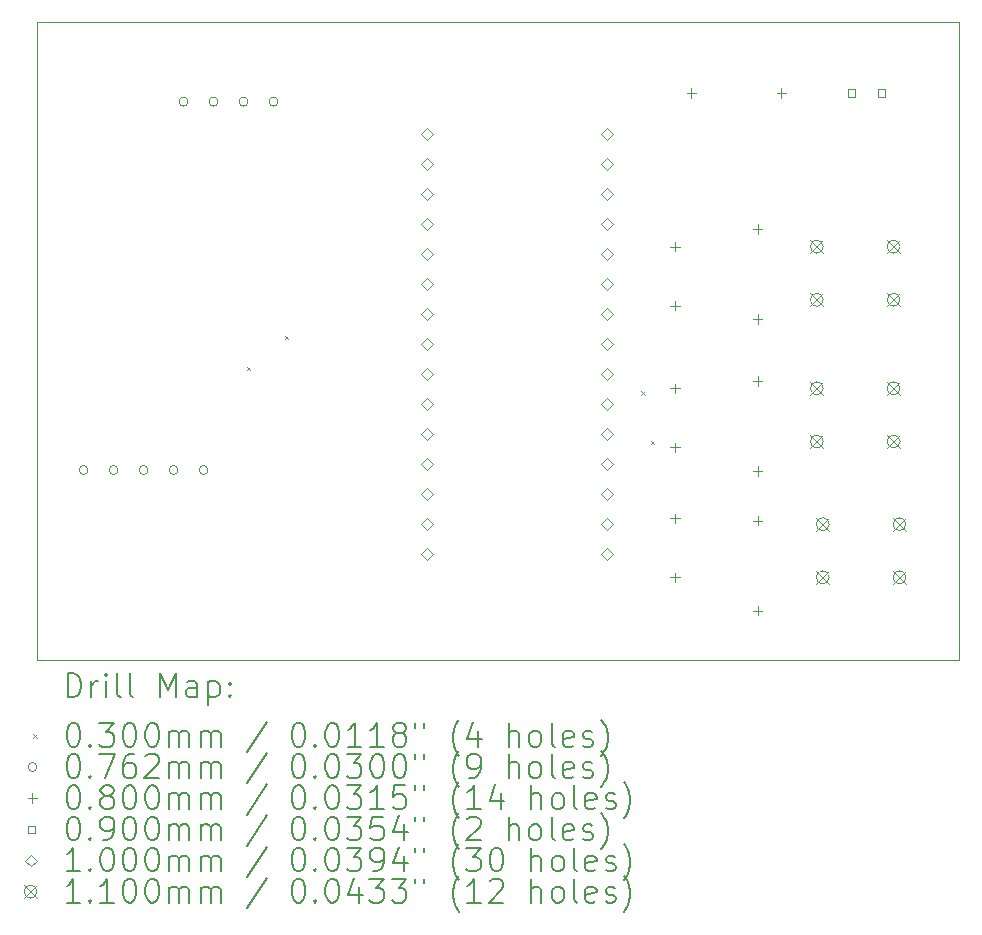
<source format=gbr>
%TF.GenerationSoftware,KiCad,Pcbnew,8.0.6*%
%TF.CreationDate,2024-11-23T14:23:01+05:30*%
%TF.ProjectId,p1,70312e6b-6963-4616-945f-706362585858,rev?*%
%TF.SameCoordinates,Original*%
%TF.FileFunction,Drillmap*%
%TF.FilePolarity,Positive*%
%FSLAX45Y45*%
G04 Gerber Fmt 4.5, Leading zero omitted, Abs format (unit mm)*
G04 Created by KiCad (PCBNEW 8.0.6) date 2024-11-23 14:23:01*
%MOMM*%
%LPD*%
G01*
G04 APERTURE LIST*
%ADD10C,0.038100*%
%ADD11C,0.200000*%
%ADD12C,0.100000*%
%ADD13C,0.110000*%
G04 APERTURE END LIST*
D10*
X8300000Y-6100000D02*
X8300000Y-6200000D01*
X16100000Y-6100000D02*
X8300000Y-6100000D01*
X16100000Y-11500000D02*
X16100000Y-6100000D01*
X8300000Y-11500000D02*
X16100000Y-11500000D01*
X8300000Y-6200000D02*
X8300000Y-11500000D01*
D11*
D12*
X10075000Y-9015000D02*
X10105000Y-9045000D01*
X10105000Y-9015000D02*
X10075000Y-9045000D01*
X10395000Y-8755000D02*
X10425000Y-8785000D01*
X10425000Y-8755000D02*
X10395000Y-8785000D01*
X13415000Y-9225000D02*
X13445000Y-9255000D01*
X13445000Y-9225000D02*
X13415000Y-9255000D01*
X13495000Y-9645000D02*
X13525000Y-9675000D01*
X13525000Y-9645000D02*
X13495000Y-9675000D01*
X8730100Y-9892000D02*
G75*
G02*
X8653900Y-9892000I-38100J0D01*
G01*
X8653900Y-9892000D02*
G75*
G02*
X8730100Y-9892000I38100J0D01*
G01*
X8984100Y-9892000D02*
G75*
G02*
X8907900Y-9892000I-38100J0D01*
G01*
X8907900Y-9892000D02*
G75*
G02*
X8984100Y-9892000I38100J0D01*
G01*
X9238100Y-9892000D02*
G75*
G02*
X9161900Y-9892000I-38100J0D01*
G01*
X9161900Y-9892000D02*
G75*
G02*
X9238100Y-9892000I38100J0D01*
G01*
X9492100Y-9892000D02*
G75*
G02*
X9415900Y-9892000I-38100J0D01*
G01*
X9415900Y-9892000D02*
G75*
G02*
X9492100Y-9892000I38100J0D01*
G01*
X9576100Y-6773000D02*
G75*
G02*
X9499900Y-6773000I-38100J0D01*
G01*
X9499900Y-6773000D02*
G75*
G02*
X9576100Y-6773000I38100J0D01*
G01*
X9746100Y-9892000D02*
G75*
G02*
X9669900Y-9892000I-38100J0D01*
G01*
X9669900Y-9892000D02*
G75*
G02*
X9746100Y-9892000I38100J0D01*
G01*
X9830100Y-6773000D02*
G75*
G02*
X9753900Y-6773000I-38100J0D01*
G01*
X9753900Y-6773000D02*
G75*
G02*
X9830100Y-6773000I38100J0D01*
G01*
X10084100Y-6773000D02*
G75*
G02*
X10007900Y-6773000I-38100J0D01*
G01*
X10007900Y-6773000D02*
G75*
G02*
X10084100Y-6773000I38100J0D01*
G01*
X10338100Y-6773000D02*
G75*
G02*
X10261900Y-6773000I-38100J0D01*
G01*
X10261900Y-6773000D02*
G75*
G02*
X10338100Y-6773000I38100J0D01*
G01*
X13700000Y-7960000D02*
X13700000Y-8040000D01*
X13660000Y-8000000D02*
X13740000Y-8000000D01*
X13700000Y-8460000D02*
X13700000Y-8540000D01*
X13660000Y-8500000D02*
X13740000Y-8500000D01*
X13700000Y-9160000D02*
X13700000Y-9240000D01*
X13660000Y-9200000D02*
X13740000Y-9200000D01*
X13700000Y-9660000D02*
X13700000Y-9740000D01*
X13660000Y-9700000D02*
X13740000Y-9700000D01*
X13700000Y-10260000D02*
X13700000Y-10340000D01*
X13660000Y-10300000D02*
X13740000Y-10300000D01*
X13700000Y-10760000D02*
X13700000Y-10840000D01*
X13660000Y-10800000D02*
X13740000Y-10800000D01*
X13838000Y-6660000D02*
X13838000Y-6740000D01*
X13798000Y-6700000D02*
X13878000Y-6700000D01*
X14400000Y-7810000D02*
X14400000Y-7890000D01*
X14360000Y-7850000D02*
X14440000Y-7850000D01*
X14400000Y-8572000D02*
X14400000Y-8652000D01*
X14360000Y-8612000D02*
X14440000Y-8612000D01*
X14400000Y-9098000D02*
X14400000Y-9178000D01*
X14360000Y-9138000D02*
X14440000Y-9138000D01*
X14400000Y-9860000D02*
X14400000Y-9940000D01*
X14360000Y-9900000D02*
X14440000Y-9900000D01*
X14400000Y-10279000D02*
X14400000Y-10359000D01*
X14360000Y-10319000D02*
X14440000Y-10319000D01*
X14400000Y-11041000D02*
X14400000Y-11121000D01*
X14360000Y-11081000D02*
X14440000Y-11081000D01*
X14600000Y-6660000D02*
X14600000Y-6740000D01*
X14560000Y-6700000D02*
X14640000Y-6700000D01*
X15223820Y-6731820D02*
X15223820Y-6668180D01*
X15160180Y-6668180D01*
X15160180Y-6731820D01*
X15223820Y-6731820D01*
X15477820Y-6731820D02*
X15477820Y-6668180D01*
X15414180Y-6668180D01*
X15414180Y-6731820D01*
X15477820Y-6731820D01*
X11600000Y-7096000D02*
X11650000Y-7046000D01*
X11600000Y-6996000D01*
X11550000Y-7046000D01*
X11600000Y-7096000D01*
X11600000Y-7350000D02*
X11650000Y-7300000D01*
X11600000Y-7250000D01*
X11550000Y-7300000D01*
X11600000Y-7350000D01*
X11600000Y-7604000D02*
X11650000Y-7554000D01*
X11600000Y-7504000D01*
X11550000Y-7554000D01*
X11600000Y-7604000D01*
X11600000Y-7858000D02*
X11650000Y-7808000D01*
X11600000Y-7758000D01*
X11550000Y-7808000D01*
X11600000Y-7858000D01*
X11600000Y-8112000D02*
X11650000Y-8062000D01*
X11600000Y-8012000D01*
X11550000Y-8062000D01*
X11600000Y-8112000D01*
X11600000Y-8366000D02*
X11650000Y-8316000D01*
X11600000Y-8266000D01*
X11550000Y-8316000D01*
X11600000Y-8366000D01*
X11600000Y-8620000D02*
X11650000Y-8570000D01*
X11600000Y-8520000D01*
X11550000Y-8570000D01*
X11600000Y-8620000D01*
X11600000Y-8874000D02*
X11650000Y-8824000D01*
X11600000Y-8774000D01*
X11550000Y-8824000D01*
X11600000Y-8874000D01*
X11600000Y-9128000D02*
X11650000Y-9078000D01*
X11600000Y-9028000D01*
X11550000Y-9078000D01*
X11600000Y-9128000D01*
X11600000Y-9382000D02*
X11650000Y-9332000D01*
X11600000Y-9282000D01*
X11550000Y-9332000D01*
X11600000Y-9382000D01*
X11600000Y-9636000D02*
X11650000Y-9586000D01*
X11600000Y-9536000D01*
X11550000Y-9586000D01*
X11600000Y-9636000D01*
X11600000Y-9890000D02*
X11650000Y-9840000D01*
X11600000Y-9790000D01*
X11550000Y-9840000D01*
X11600000Y-9890000D01*
X11600000Y-10144000D02*
X11650000Y-10094000D01*
X11600000Y-10044000D01*
X11550000Y-10094000D01*
X11600000Y-10144000D01*
X11600000Y-10398000D02*
X11650000Y-10348000D01*
X11600000Y-10298000D01*
X11550000Y-10348000D01*
X11600000Y-10398000D01*
X11600000Y-10652000D02*
X11650000Y-10602000D01*
X11600000Y-10552000D01*
X11550000Y-10602000D01*
X11600000Y-10652000D01*
X13124000Y-7096000D02*
X13174000Y-7046000D01*
X13124000Y-6996000D01*
X13074000Y-7046000D01*
X13124000Y-7096000D01*
X13124000Y-7350000D02*
X13174000Y-7300000D01*
X13124000Y-7250000D01*
X13074000Y-7300000D01*
X13124000Y-7350000D01*
X13124000Y-7604000D02*
X13174000Y-7554000D01*
X13124000Y-7504000D01*
X13074000Y-7554000D01*
X13124000Y-7604000D01*
X13124000Y-7858000D02*
X13174000Y-7808000D01*
X13124000Y-7758000D01*
X13074000Y-7808000D01*
X13124000Y-7858000D01*
X13124000Y-8112000D02*
X13174000Y-8062000D01*
X13124000Y-8012000D01*
X13074000Y-8062000D01*
X13124000Y-8112000D01*
X13124000Y-8366000D02*
X13174000Y-8316000D01*
X13124000Y-8266000D01*
X13074000Y-8316000D01*
X13124000Y-8366000D01*
X13124000Y-8620000D02*
X13174000Y-8570000D01*
X13124000Y-8520000D01*
X13074000Y-8570000D01*
X13124000Y-8620000D01*
X13124000Y-8874000D02*
X13174000Y-8824000D01*
X13124000Y-8774000D01*
X13074000Y-8824000D01*
X13124000Y-8874000D01*
X13124000Y-9128000D02*
X13174000Y-9078000D01*
X13124000Y-9028000D01*
X13074000Y-9078000D01*
X13124000Y-9128000D01*
X13124000Y-9382000D02*
X13174000Y-9332000D01*
X13124000Y-9282000D01*
X13074000Y-9332000D01*
X13124000Y-9382000D01*
X13124000Y-9636000D02*
X13174000Y-9586000D01*
X13124000Y-9536000D01*
X13074000Y-9586000D01*
X13124000Y-9636000D01*
X13124000Y-9890000D02*
X13174000Y-9840000D01*
X13124000Y-9790000D01*
X13074000Y-9840000D01*
X13124000Y-9890000D01*
X13124000Y-10144000D02*
X13174000Y-10094000D01*
X13124000Y-10044000D01*
X13074000Y-10094000D01*
X13124000Y-10144000D01*
X13124000Y-10398000D02*
X13174000Y-10348000D01*
X13124000Y-10298000D01*
X13074000Y-10348000D01*
X13124000Y-10398000D01*
X13124000Y-10652000D02*
X13174000Y-10602000D01*
X13124000Y-10552000D01*
X13074000Y-10602000D01*
X13124000Y-10652000D01*
D13*
X14845000Y-7945000D02*
X14955000Y-8055000D01*
X14955000Y-7945000D02*
X14845000Y-8055000D01*
X14955000Y-8000000D02*
G75*
G02*
X14845000Y-8000000I-55000J0D01*
G01*
X14845000Y-8000000D02*
G75*
G02*
X14955000Y-8000000I55000J0D01*
G01*
X14845000Y-8395000D02*
X14955000Y-8505000D01*
X14955000Y-8395000D02*
X14845000Y-8505000D01*
X14955000Y-8450000D02*
G75*
G02*
X14845000Y-8450000I-55000J0D01*
G01*
X14845000Y-8450000D02*
G75*
G02*
X14955000Y-8450000I55000J0D01*
G01*
X14845000Y-9145000D02*
X14955000Y-9255000D01*
X14955000Y-9145000D02*
X14845000Y-9255000D01*
X14955000Y-9200000D02*
G75*
G02*
X14845000Y-9200000I-55000J0D01*
G01*
X14845000Y-9200000D02*
G75*
G02*
X14955000Y-9200000I55000J0D01*
G01*
X14845000Y-9595000D02*
X14955000Y-9705000D01*
X14955000Y-9595000D02*
X14845000Y-9705000D01*
X14955000Y-9650000D02*
G75*
G02*
X14845000Y-9650000I-55000J0D01*
G01*
X14845000Y-9650000D02*
G75*
G02*
X14955000Y-9650000I55000J0D01*
G01*
X14895000Y-10295000D02*
X15005000Y-10405000D01*
X15005000Y-10295000D02*
X14895000Y-10405000D01*
X15005000Y-10350000D02*
G75*
G02*
X14895000Y-10350000I-55000J0D01*
G01*
X14895000Y-10350000D02*
G75*
G02*
X15005000Y-10350000I55000J0D01*
G01*
X14895000Y-10745000D02*
X15005000Y-10855000D01*
X15005000Y-10745000D02*
X14895000Y-10855000D01*
X15005000Y-10800000D02*
G75*
G02*
X14895000Y-10800000I-55000J0D01*
G01*
X14895000Y-10800000D02*
G75*
G02*
X15005000Y-10800000I55000J0D01*
G01*
X15495000Y-7945000D02*
X15605000Y-8055000D01*
X15605000Y-7945000D02*
X15495000Y-8055000D01*
X15605000Y-8000000D02*
G75*
G02*
X15495000Y-8000000I-55000J0D01*
G01*
X15495000Y-8000000D02*
G75*
G02*
X15605000Y-8000000I55000J0D01*
G01*
X15495000Y-8395000D02*
X15605000Y-8505000D01*
X15605000Y-8395000D02*
X15495000Y-8505000D01*
X15605000Y-8450000D02*
G75*
G02*
X15495000Y-8450000I-55000J0D01*
G01*
X15495000Y-8450000D02*
G75*
G02*
X15605000Y-8450000I55000J0D01*
G01*
X15495000Y-9145000D02*
X15605000Y-9255000D01*
X15605000Y-9145000D02*
X15495000Y-9255000D01*
X15605000Y-9200000D02*
G75*
G02*
X15495000Y-9200000I-55000J0D01*
G01*
X15495000Y-9200000D02*
G75*
G02*
X15605000Y-9200000I55000J0D01*
G01*
X15495000Y-9595000D02*
X15605000Y-9705000D01*
X15605000Y-9595000D02*
X15495000Y-9705000D01*
X15605000Y-9650000D02*
G75*
G02*
X15495000Y-9650000I-55000J0D01*
G01*
X15495000Y-9650000D02*
G75*
G02*
X15605000Y-9650000I55000J0D01*
G01*
X15545000Y-10295000D02*
X15655000Y-10405000D01*
X15655000Y-10295000D02*
X15545000Y-10405000D01*
X15655000Y-10350000D02*
G75*
G02*
X15545000Y-10350000I-55000J0D01*
G01*
X15545000Y-10350000D02*
G75*
G02*
X15655000Y-10350000I55000J0D01*
G01*
X15545000Y-10745000D02*
X15655000Y-10855000D01*
X15655000Y-10745000D02*
X15545000Y-10855000D01*
X15655000Y-10800000D02*
G75*
G02*
X15545000Y-10800000I-55000J0D01*
G01*
X15545000Y-10800000D02*
G75*
G02*
X15655000Y-10800000I55000J0D01*
G01*
D11*
X8558872Y-11813389D02*
X8558872Y-11613389D01*
X8558872Y-11613389D02*
X8606491Y-11613389D01*
X8606491Y-11613389D02*
X8635062Y-11622913D01*
X8635062Y-11622913D02*
X8654110Y-11641960D01*
X8654110Y-11641960D02*
X8663634Y-11661008D01*
X8663634Y-11661008D02*
X8673158Y-11699103D01*
X8673158Y-11699103D02*
X8673158Y-11727674D01*
X8673158Y-11727674D02*
X8663634Y-11765770D01*
X8663634Y-11765770D02*
X8654110Y-11784817D01*
X8654110Y-11784817D02*
X8635062Y-11803865D01*
X8635062Y-11803865D02*
X8606491Y-11813389D01*
X8606491Y-11813389D02*
X8558872Y-11813389D01*
X8758872Y-11813389D02*
X8758872Y-11680055D01*
X8758872Y-11718151D02*
X8768396Y-11699103D01*
X8768396Y-11699103D02*
X8777919Y-11689579D01*
X8777919Y-11689579D02*
X8796967Y-11680055D01*
X8796967Y-11680055D02*
X8816015Y-11680055D01*
X8882681Y-11813389D02*
X8882681Y-11680055D01*
X8882681Y-11613389D02*
X8873158Y-11622913D01*
X8873158Y-11622913D02*
X8882681Y-11632436D01*
X8882681Y-11632436D02*
X8892205Y-11622913D01*
X8892205Y-11622913D02*
X8882681Y-11613389D01*
X8882681Y-11613389D02*
X8882681Y-11632436D01*
X9006491Y-11813389D02*
X8987443Y-11803865D01*
X8987443Y-11803865D02*
X8977919Y-11784817D01*
X8977919Y-11784817D02*
X8977919Y-11613389D01*
X9111253Y-11813389D02*
X9092205Y-11803865D01*
X9092205Y-11803865D02*
X9082681Y-11784817D01*
X9082681Y-11784817D02*
X9082681Y-11613389D01*
X9339824Y-11813389D02*
X9339824Y-11613389D01*
X9339824Y-11613389D02*
X9406491Y-11756246D01*
X9406491Y-11756246D02*
X9473158Y-11613389D01*
X9473158Y-11613389D02*
X9473158Y-11813389D01*
X9654110Y-11813389D02*
X9654110Y-11708627D01*
X9654110Y-11708627D02*
X9644586Y-11689579D01*
X9644586Y-11689579D02*
X9625539Y-11680055D01*
X9625539Y-11680055D02*
X9587443Y-11680055D01*
X9587443Y-11680055D02*
X9568396Y-11689579D01*
X9654110Y-11803865D02*
X9635062Y-11813389D01*
X9635062Y-11813389D02*
X9587443Y-11813389D01*
X9587443Y-11813389D02*
X9568396Y-11803865D01*
X9568396Y-11803865D02*
X9558872Y-11784817D01*
X9558872Y-11784817D02*
X9558872Y-11765770D01*
X9558872Y-11765770D02*
X9568396Y-11746722D01*
X9568396Y-11746722D02*
X9587443Y-11737198D01*
X9587443Y-11737198D02*
X9635062Y-11737198D01*
X9635062Y-11737198D02*
X9654110Y-11727674D01*
X9749348Y-11680055D02*
X9749348Y-11880055D01*
X9749348Y-11689579D02*
X9768396Y-11680055D01*
X9768396Y-11680055D02*
X9806491Y-11680055D01*
X9806491Y-11680055D02*
X9825539Y-11689579D01*
X9825539Y-11689579D02*
X9835062Y-11699103D01*
X9835062Y-11699103D02*
X9844586Y-11718151D01*
X9844586Y-11718151D02*
X9844586Y-11775293D01*
X9844586Y-11775293D02*
X9835062Y-11794341D01*
X9835062Y-11794341D02*
X9825539Y-11803865D01*
X9825539Y-11803865D02*
X9806491Y-11813389D01*
X9806491Y-11813389D02*
X9768396Y-11813389D01*
X9768396Y-11813389D02*
X9749348Y-11803865D01*
X9930300Y-11794341D02*
X9939824Y-11803865D01*
X9939824Y-11803865D02*
X9930300Y-11813389D01*
X9930300Y-11813389D02*
X9920777Y-11803865D01*
X9920777Y-11803865D02*
X9930300Y-11794341D01*
X9930300Y-11794341D02*
X9930300Y-11813389D01*
X9930300Y-11689579D02*
X9939824Y-11699103D01*
X9939824Y-11699103D02*
X9930300Y-11708627D01*
X9930300Y-11708627D02*
X9920777Y-11699103D01*
X9920777Y-11699103D02*
X9930300Y-11689579D01*
X9930300Y-11689579D02*
X9930300Y-11708627D01*
D12*
X8268095Y-12126905D02*
X8298095Y-12156905D01*
X8298095Y-12126905D02*
X8268095Y-12156905D01*
D11*
X8596967Y-12033389D02*
X8616015Y-12033389D01*
X8616015Y-12033389D02*
X8635062Y-12042913D01*
X8635062Y-12042913D02*
X8644586Y-12052436D01*
X8644586Y-12052436D02*
X8654110Y-12071484D01*
X8654110Y-12071484D02*
X8663634Y-12109579D01*
X8663634Y-12109579D02*
X8663634Y-12157198D01*
X8663634Y-12157198D02*
X8654110Y-12195293D01*
X8654110Y-12195293D02*
X8644586Y-12214341D01*
X8644586Y-12214341D02*
X8635062Y-12223865D01*
X8635062Y-12223865D02*
X8616015Y-12233389D01*
X8616015Y-12233389D02*
X8596967Y-12233389D01*
X8596967Y-12233389D02*
X8577919Y-12223865D01*
X8577919Y-12223865D02*
X8568396Y-12214341D01*
X8568396Y-12214341D02*
X8558872Y-12195293D01*
X8558872Y-12195293D02*
X8549348Y-12157198D01*
X8549348Y-12157198D02*
X8549348Y-12109579D01*
X8549348Y-12109579D02*
X8558872Y-12071484D01*
X8558872Y-12071484D02*
X8568396Y-12052436D01*
X8568396Y-12052436D02*
X8577919Y-12042913D01*
X8577919Y-12042913D02*
X8596967Y-12033389D01*
X8749348Y-12214341D02*
X8758872Y-12223865D01*
X8758872Y-12223865D02*
X8749348Y-12233389D01*
X8749348Y-12233389D02*
X8739824Y-12223865D01*
X8739824Y-12223865D02*
X8749348Y-12214341D01*
X8749348Y-12214341D02*
X8749348Y-12233389D01*
X8825539Y-12033389D02*
X8949348Y-12033389D01*
X8949348Y-12033389D02*
X8882681Y-12109579D01*
X8882681Y-12109579D02*
X8911253Y-12109579D01*
X8911253Y-12109579D02*
X8930300Y-12119103D01*
X8930300Y-12119103D02*
X8939824Y-12128627D01*
X8939824Y-12128627D02*
X8949348Y-12147674D01*
X8949348Y-12147674D02*
X8949348Y-12195293D01*
X8949348Y-12195293D02*
X8939824Y-12214341D01*
X8939824Y-12214341D02*
X8930300Y-12223865D01*
X8930300Y-12223865D02*
X8911253Y-12233389D01*
X8911253Y-12233389D02*
X8854110Y-12233389D01*
X8854110Y-12233389D02*
X8835062Y-12223865D01*
X8835062Y-12223865D02*
X8825539Y-12214341D01*
X9073158Y-12033389D02*
X9092205Y-12033389D01*
X9092205Y-12033389D02*
X9111253Y-12042913D01*
X9111253Y-12042913D02*
X9120777Y-12052436D01*
X9120777Y-12052436D02*
X9130300Y-12071484D01*
X9130300Y-12071484D02*
X9139824Y-12109579D01*
X9139824Y-12109579D02*
X9139824Y-12157198D01*
X9139824Y-12157198D02*
X9130300Y-12195293D01*
X9130300Y-12195293D02*
X9120777Y-12214341D01*
X9120777Y-12214341D02*
X9111253Y-12223865D01*
X9111253Y-12223865D02*
X9092205Y-12233389D01*
X9092205Y-12233389D02*
X9073158Y-12233389D01*
X9073158Y-12233389D02*
X9054110Y-12223865D01*
X9054110Y-12223865D02*
X9044586Y-12214341D01*
X9044586Y-12214341D02*
X9035062Y-12195293D01*
X9035062Y-12195293D02*
X9025539Y-12157198D01*
X9025539Y-12157198D02*
X9025539Y-12109579D01*
X9025539Y-12109579D02*
X9035062Y-12071484D01*
X9035062Y-12071484D02*
X9044586Y-12052436D01*
X9044586Y-12052436D02*
X9054110Y-12042913D01*
X9054110Y-12042913D02*
X9073158Y-12033389D01*
X9263634Y-12033389D02*
X9282681Y-12033389D01*
X9282681Y-12033389D02*
X9301729Y-12042913D01*
X9301729Y-12042913D02*
X9311253Y-12052436D01*
X9311253Y-12052436D02*
X9320777Y-12071484D01*
X9320777Y-12071484D02*
X9330300Y-12109579D01*
X9330300Y-12109579D02*
X9330300Y-12157198D01*
X9330300Y-12157198D02*
X9320777Y-12195293D01*
X9320777Y-12195293D02*
X9311253Y-12214341D01*
X9311253Y-12214341D02*
X9301729Y-12223865D01*
X9301729Y-12223865D02*
X9282681Y-12233389D01*
X9282681Y-12233389D02*
X9263634Y-12233389D01*
X9263634Y-12233389D02*
X9244586Y-12223865D01*
X9244586Y-12223865D02*
X9235062Y-12214341D01*
X9235062Y-12214341D02*
X9225539Y-12195293D01*
X9225539Y-12195293D02*
X9216015Y-12157198D01*
X9216015Y-12157198D02*
X9216015Y-12109579D01*
X9216015Y-12109579D02*
X9225539Y-12071484D01*
X9225539Y-12071484D02*
X9235062Y-12052436D01*
X9235062Y-12052436D02*
X9244586Y-12042913D01*
X9244586Y-12042913D02*
X9263634Y-12033389D01*
X9416015Y-12233389D02*
X9416015Y-12100055D01*
X9416015Y-12119103D02*
X9425539Y-12109579D01*
X9425539Y-12109579D02*
X9444586Y-12100055D01*
X9444586Y-12100055D02*
X9473158Y-12100055D01*
X9473158Y-12100055D02*
X9492205Y-12109579D01*
X9492205Y-12109579D02*
X9501729Y-12128627D01*
X9501729Y-12128627D02*
X9501729Y-12233389D01*
X9501729Y-12128627D02*
X9511253Y-12109579D01*
X9511253Y-12109579D02*
X9530300Y-12100055D01*
X9530300Y-12100055D02*
X9558872Y-12100055D01*
X9558872Y-12100055D02*
X9577920Y-12109579D01*
X9577920Y-12109579D02*
X9587443Y-12128627D01*
X9587443Y-12128627D02*
X9587443Y-12233389D01*
X9682681Y-12233389D02*
X9682681Y-12100055D01*
X9682681Y-12119103D02*
X9692205Y-12109579D01*
X9692205Y-12109579D02*
X9711253Y-12100055D01*
X9711253Y-12100055D02*
X9739824Y-12100055D01*
X9739824Y-12100055D02*
X9758872Y-12109579D01*
X9758872Y-12109579D02*
X9768396Y-12128627D01*
X9768396Y-12128627D02*
X9768396Y-12233389D01*
X9768396Y-12128627D02*
X9777920Y-12109579D01*
X9777920Y-12109579D02*
X9796967Y-12100055D01*
X9796967Y-12100055D02*
X9825539Y-12100055D01*
X9825539Y-12100055D02*
X9844586Y-12109579D01*
X9844586Y-12109579D02*
X9854110Y-12128627D01*
X9854110Y-12128627D02*
X9854110Y-12233389D01*
X10244586Y-12023865D02*
X10073158Y-12281008D01*
X10501729Y-12033389D02*
X10520777Y-12033389D01*
X10520777Y-12033389D02*
X10539824Y-12042913D01*
X10539824Y-12042913D02*
X10549348Y-12052436D01*
X10549348Y-12052436D02*
X10558872Y-12071484D01*
X10558872Y-12071484D02*
X10568396Y-12109579D01*
X10568396Y-12109579D02*
X10568396Y-12157198D01*
X10568396Y-12157198D02*
X10558872Y-12195293D01*
X10558872Y-12195293D02*
X10549348Y-12214341D01*
X10549348Y-12214341D02*
X10539824Y-12223865D01*
X10539824Y-12223865D02*
X10520777Y-12233389D01*
X10520777Y-12233389D02*
X10501729Y-12233389D01*
X10501729Y-12233389D02*
X10482682Y-12223865D01*
X10482682Y-12223865D02*
X10473158Y-12214341D01*
X10473158Y-12214341D02*
X10463634Y-12195293D01*
X10463634Y-12195293D02*
X10454110Y-12157198D01*
X10454110Y-12157198D02*
X10454110Y-12109579D01*
X10454110Y-12109579D02*
X10463634Y-12071484D01*
X10463634Y-12071484D02*
X10473158Y-12052436D01*
X10473158Y-12052436D02*
X10482682Y-12042913D01*
X10482682Y-12042913D02*
X10501729Y-12033389D01*
X10654110Y-12214341D02*
X10663634Y-12223865D01*
X10663634Y-12223865D02*
X10654110Y-12233389D01*
X10654110Y-12233389D02*
X10644586Y-12223865D01*
X10644586Y-12223865D02*
X10654110Y-12214341D01*
X10654110Y-12214341D02*
X10654110Y-12233389D01*
X10787443Y-12033389D02*
X10806491Y-12033389D01*
X10806491Y-12033389D02*
X10825539Y-12042913D01*
X10825539Y-12042913D02*
X10835063Y-12052436D01*
X10835063Y-12052436D02*
X10844586Y-12071484D01*
X10844586Y-12071484D02*
X10854110Y-12109579D01*
X10854110Y-12109579D02*
X10854110Y-12157198D01*
X10854110Y-12157198D02*
X10844586Y-12195293D01*
X10844586Y-12195293D02*
X10835063Y-12214341D01*
X10835063Y-12214341D02*
X10825539Y-12223865D01*
X10825539Y-12223865D02*
X10806491Y-12233389D01*
X10806491Y-12233389D02*
X10787443Y-12233389D01*
X10787443Y-12233389D02*
X10768396Y-12223865D01*
X10768396Y-12223865D02*
X10758872Y-12214341D01*
X10758872Y-12214341D02*
X10749348Y-12195293D01*
X10749348Y-12195293D02*
X10739824Y-12157198D01*
X10739824Y-12157198D02*
X10739824Y-12109579D01*
X10739824Y-12109579D02*
X10749348Y-12071484D01*
X10749348Y-12071484D02*
X10758872Y-12052436D01*
X10758872Y-12052436D02*
X10768396Y-12042913D01*
X10768396Y-12042913D02*
X10787443Y-12033389D01*
X11044586Y-12233389D02*
X10930301Y-12233389D01*
X10987443Y-12233389D02*
X10987443Y-12033389D01*
X10987443Y-12033389D02*
X10968396Y-12061960D01*
X10968396Y-12061960D02*
X10949348Y-12081008D01*
X10949348Y-12081008D02*
X10930301Y-12090532D01*
X11235062Y-12233389D02*
X11120777Y-12233389D01*
X11177920Y-12233389D02*
X11177920Y-12033389D01*
X11177920Y-12033389D02*
X11158872Y-12061960D01*
X11158872Y-12061960D02*
X11139824Y-12081008D01*
X11139824Y-12081008D02*
X11120777Y-12090532D01*
X11349348Y-12119103D02*
X11330301Y-12109579D01*
X11330301Y-12109579D02*
X11320777Y-12100055D01*
X11320777Y-12100055D02*
X11311253Y-12081008D01*
X11311253Y-12081008D02*
X11311253Y-12071484D01*
X11311253Y-12071484D02*
X11320777Y-12052436D01*
X11320777Y-12052436D02*
X11330301Y-12042913D01*
X11330301Y-12042913D02*
X11349348Y-12033389D01*
X11349348Y-12033389D02*
X11387443Y-12033389D01*
X11387443Y-12033389D02*
X11406491Y-12042913D01*
X11406491Y-12042913D02*
X11416015Y-12052436D01*
X11416015Y-12052436D02*
X11425539Y-12071484D01*
X11425539Y-12071484D02*
X11425539Y-12081008D01*
X11425539Y-12081008D02*
X11416015Y-12100055D01*
X11416015Y-12100055D02*
X11406491Y-12109579D01*
X11406491Y-12109579D02*
X11387443Y-12119103D01*
X11387443Y-12119103D02*
X11349348Y-12119103D01*
X11349348Y-12119103D02*
X11330301Y-12128627D01*
X11330301Y-12128627D02*
X11320777Y-12138151D01*
X11320777Y-12138151D02*
X11311253Y-12157198D01*
X11311253Y-12157198D02*
X11311253Y-12195293D01*
X11311253Y-12195293D02*
X11320777Y-12214341D01*
X11320777Y-12214341D02*
X11330301Y-12223865D01*
X11330301Y-12223865D02*
X11349348Y-12233389D01*
X11349348Y-12233389D02*
X11387443Y-12233389D01*
X11387443Y-12233389D02*
X11406491Y-12223865D01*
X11406491Y-12223865D02*
X11416015Y-12214341D01*
X11416015Y-12214341D02*
X11425539Y-12195293D01*
X11425539Y-12195293D02*
X11425539Y-12157198D01*
X11425539Y-12157198D02*
X11416015Y-12138151D01*
X11416015Y-12138151D02*
X11406491Y-12128627D01*
X11406491Y-12128627D02*
X11387443Y-12119103D01*
X11501729Y-12033389D02*
X11501729Y-12071484D01*
X11577920Y-12033389D02*
X11577920Y-12071484D01*
X11873158Y-12309579D02*
X11863634Y-12300055D01*
X11863634Y-12300055D02*
X11844586Y-12271484D01*
X11844586Y-12271484D02*
X11835063Y-12252436D01*
X11835063Y-12252436D02*
X11825539Y-12223865D01*
X11825539Y-12223865D02*
X11816015Y-12176246D01*
X11816015Y-12176246D02*
X11816015Y-12138151D01*
X11816015Y-12138151D02*
X11825539Y-12090532D01*
X11825539Y-12090532D02*
X11835063Y-12061960D01*
X11835063Y-12061960D02*
X11844586Y-12042913D01*
X11844586Y-12042913D02*
X11863634Y-12014341D01*
X11863634Y-12014341D02*
X11873158Y-12004817D01*
X12035063Y-12100055D02*
X12035063Y-12233389D01*
X11987443Y-12023865D02*
X11939824Y-12166722D01*
X11939824Y-12166722D02*
X12063634Y-12166722D01*
X12292205Y-12233389D02*
X12292205Y-12033389D01*
X12377920Y-12233389D02*
X12377920Y-12128627D01*
X12377920Y-12128627D02*
X12368396Y-12109579D01*
X12368396Y-12109579D02*
X12349348Y-12100055D01*
X12349348Y-12100055D02*
X12320777Y-12100055D01*
X12320777Y-12100055D02*
X12301729Y-12109579D01*
X12301729Y-12109579D02*
X12292205Y-12119103D01*
X12501729Y-12233389D02*
X12482682Y-12223865D01*
X12482682Y-12223865D02*
X12473158Y-12214341D01*
X12473158Y-12214341D02*
X12463634Y-12195293D01*
X12463634Y-12195293D02*
X12463634Y-12138151D01*
X12463634Y-12138151D02*
X12473158Y-12119103D01*
X12473158Y-12119103D02*
X12482682Y-12109579D01*
X12482682Y-12109579D02*
X12501729Y-12100055D01*
X12501729Y-12100055D02*
X12530301Y-12100055D01*
X12530301Y-12100055D02*
X12549348Y-12109579D01*
X12549348Y-12109579D02*
X12558872Y-12119103D01*
X12558872Y-12119103D02*
X12568396Y-12138151D01*
X12568396Y-12138151D02*
X12568396Y-12195293D01*
X12568396Y-12195293D02*
X12558872Y-12214341D01*
X12558872Y-12214341D02*
X12549348Y-12223865D01*
X12549348Y-12223865D02*
X12530301Y-12233389D01*
X12530301Y-12233389D02*
X12501729Y-12233389D01*
X12682682Y-12233389D02*
X12663634Y-12223865D01*
X12663634Y-12223865D02*
X12654110Y-12204817D01*
X12654110Y-12204817D02*
X12654110Y-12033389D01*
X12835063Y-12223865D02*
X12816015Y-12233389D01*
X12816015Y-12233389D02*
X12777920Y-12233389D01*
X12777920Y-12233389D02*
X12758872Y-12223865D01*
X12758872Y-12223865D02*
X12749348Y-12204817D01*
X12749348Y-12204817D02*
X12749348Y-12128627D01*
X12749348Y-12128627D02*
X12758872Y-12109579D01*
X12758872Y-12109579D02*
X12777920Y-12100055D01*
X12777920Y-12100055D02*
X12816015Y-12100055D01*
X12816015Y-12100055D02*
X12835063Y-12109579D01*
X12835063Y-12109579D02*
X12844586Y-12128627D01*
X12844586Y-12128627D02*
X12844586Y-12147674D01*
X12844586Y-12147674D02*
X12749348Y-12166722D01*
X12920777Y-12223865D02*
X12939825Y-12233389D01*
X12939825Y-12233389D02*
X12977920Y-12233389D01*
X12977920Y-12233389D02*
X12996967Y-12223865D01*
X12996967Y-12223865D02*
X13006491Y-12204817D01*
X13006491Y-12204817D02*
X13006491Y-12195293D01*
X13006491Y-12195293D02*
X12996967Y-12176246D01*
X12996967Y-12176246D02*
X12977920Y-12166722D01*
X12977920Y-12166722D02*
X12949348Y-12166722D01*
X12949348Y-12166722D02*
X12930301Y-12157198D01*
X12930301Y-12157198D02*
X12920777Y-12138151D01*
X12920777Y-12138151D02*
X12920777Y-12128627D01*
X12920777Y-12128627D02*
X12930301Y-12109579D01*
X12930301Y-12109579D02*
X12949348Y-12100055D01*
X12949348Y-12100055D02*
X12977920Y-12100055D01*
X12977920Y-12100055D02*
X12996967Y-12109579D01*
X13073158Y-12309579D02*
X13082682Y-12300055D01*
X13082682Y-12300055D02*
X13101729Y-12271484D01*
X13101729Y-12271484D02*
X13111253Y-12252436D01*
X13111253Y-12252436D02*
X13120777Y-12223865D01*
X13120777Y-12223865D02*
X13130301Y-12176246D01*
X13130301Y-12176246D02*
X13130301Y-12138151D01*
X13130301Y-12138151D02*
X13120777Y-12090532D01*
X13120777Y-12090532D02*
X13111253Y-12061960D01*
X13111253Y-12061960D02*
X13101729Y-12042913D01*
X13101729Y-12042913D02*
X13082682Y-12014341D01*
X13082682Y-12014341D02*
X13073158Y-12004817D01*
D12*
X8298095Y-12405905D02*
G75*
G02*
X8221895Y-12405905I-38100J0D01*
G01*
X8221895Y-12405905D02*
G75*
G02*
X8298095Y-12405905I38100J0D01*
G01*
D11*
X8596967Y-12297389D02*
X8616015Y-12297389D01*
X8616015Y-12297389D02*
X8635062Y-12306913D01*
X8635062Y-12306913D02*
X8644586Y-12316436D01*
X8644586Y-12316436D02*
X8654110Y-12335484D01*
X8654110Y-12335484D02*
X8663634Y-12373579D01*
X8663634Y-12373579D02*
X8663634Y-12421198D01*
X8663634Y-12421198D02*
X8654110Y-12459293D01*
X8654110Y-12459293D02*
X8644586Y-12478341D01*
X8644586Y-12478341D02*
X8635062Y-12487865D01*
X8635062Y-12487865D02*
X8616015Y-12497389D01*
X8616015Y-12497389D02*
X8596967Y-12497389D01*
X8596967Y-12497389D02*
X8577919Y-12487865D01*
X8577919Y-12487865D02*
X8568396Y-12478341D01*
X8568396Y-12478341D02*
X8558872Y-12459293D01*
X8558872Y-12459293D02*
X8549348Y-12421198D01*
X8549348Y-12421198D02*
X8549348Y-12373579D01*
X8549348Y-12373579D02*
X8558872Y-12335484D01*
X8558872Y-12335484D02*
X8568396Y-12316436D01*
X8568396Y-12316436D02*
X8577919Y-12306913D01*
X8577919Y-12306913D02*
X8596967Y-12297389D01*
X8749348Y-12478341D02*
X8758872Y-12487865D01*
X8758872Y-12487865D02*
X8749348Y-12497389D01*
X8749348Y-12497389D02*
X8739824Y-12487865D01*
X8739824Y-12487865D02*
X8749348Y-12478341D01*
X8749348Y-12478341D02*
X8749348Y-12497389D01*
X8825539Y-12297389D02*
X8958872Y-12297389D01*
X8958872Y-12297389D02*
X8873158Y-12497389D01*
X9120777Y-12297389D02*
X9082681Y-12297389D01*
X9082681Y-12297389D02*
X9063634Y-12306913D01*
X9063634Y-12306913D02*
X9054110Y-12316436D01*
X9054110Y-12316436D02*
X9035062Y-12345008D01*
X9035062Y-12345008D02*
X9025539Y-12383103D01*
X9025539Y-12383103D02*
X9025539Y-12459293D01*
X9025539Y-12459293D02*
X9035062Y-12478341D01*
X9035062Y-12478341D02*
X9044586Y-12487865D01*
X9044586Y-12487865D02*
X9063634Y-12497389D01*
X9063634Y-12497389D02*
X9101729Y-12497389D01*
X9101729Y-12497389D02*
X9120777Y-12487865D01*
X9120777Y-12487865D02*
X9130300Y-12478341D01*
X9130300Y-12478341D02*
X9139824Y-12459293D01*
X9139824Y-12459293D02*
X9139824Y-12411674D01*
X9139824Y-12411674D02*
X9130300Y-12392627D01*
X9130300Y-12392627D02*
X9120777Y-12383103D01*
X9120777Y-12383103D02*
X9101729Y-12373579D01*
X9101729Y-12373579D02*
X9063634Y-12373579D01*
X9063634Y-12373579D02*
X9044586Y-12383103D01*
X9044586Y-12383103D02*
X9035062Y-12392627D01*
X9035062Y-12392627D02*
X9025539Y-12411674D01*
X9216015Y-12316436D02*
X9225539Y-12306913D01*
X9225539Y-12306913D02*
X9244586Y-12297389D01*
X9244586Y-12297389D02*
X9292205Y-12297389D01*
X9292205Y-12297389D02*
X9311253Y-12306913D01*
X9311253Y-12306913D02*
X9320777Y-12316436D01*
X9320777Y-12316436D02*
X9330300Y-12335484D01*
X9330300Y-12335484D02*
X9330300Y-12354532D01*
X9330300Y-12354532D02*
X9320777Y-12383103D01*
X9320777Y-12383103D02*
X9206491Y-12497389D01*
X9206491Y-12497389D02*
X9330300Y-12497389D01*
X9416015Y-12497389D02*
X9416015Y-12364055D01*
X9416015Y-12383103D02*
X9425539Y-12373579D01*
X9425539Y-12373579D02*
X9444586Y-12364055D01*
X9444586Y-12364055D02*
X9473158Y-12364055D01*
X9473158Y-12364055D02*
X9492205Y-12373579D01*
X9492205Y-12373579D02*
X9501729Y-12392627D01*
X9501729Y-12392627D02*
X9501729Y-12497389D01*
X9501729Y-12392627D02*
X9511253Y-12373579D01*
X9511253Y-12373579D02*
X9530300Y-12364055D01*
X9530300Y-12364055D02*
X9558872Y-12364055D01*
X9558872Y-12364055D02*
X9577920Y-12373579D01*
X9577920Y-12373579D02*
X9587443Y-12392627D01*
X9587443Y-12392627D02*
X9587443Y-12497389D01*
X9682681Y-12497389D02*
X9682681Y-12364055D01*
X9682681Y-12383103D02*
X9692205Y-12373579D01*
X9692205Y-12373579D02*
X9711253Y-12364055D01*
X9711253Y-12364055D02*
X9739824Y-12364055D01*
X9739824Y-12364055D02*
X9758872Y-12373579D01*
X9758872Y-12373579D02*
X9768396Y-12392627D01*
X9768396Y-12392627D02*
X9768396Y-12497389D01*
X9768396Y-12392627D02*
X9777920Y-12373579D01*
X9777920Y-12373579D02*
X9796967Y-12364055D01*
X9796967Y-12364055D02*
X9825539Y-12364055D01*
X9825539Y-12364055D02*
X9844586Y-12373579D01*
X9844586Y-12373579D02*
X9854110Y-12392627D01*
X9854110Y-12392627D02*
X9854110Y-12497389D01*
X10244586Y-12287865D02*
X10073158Y-12545008D01*
X10501729Y-12297389D02*
X10520777Y-12297389D01*
X10520777Y-12297389D02*
X10539824Y-12306913D01*
X10539824Y-12306913D02*
X10549348Y-12316436D01*
X10549348Y-12316436D02*
X10558872Y-12335484D01*
X10558872Y-12335484D02*
X10568396Y-12373579D01*
X10568396Y-12373579D02*
X10568396Y-12421198D01*
X10568396Y-12421198D02*
X10558872Y-12459293D01*
X10558872Y-12459293D02*
X10549348Y-12478341D01*
X10549348Y-12478341D02*
X10539824Y-12487865D01*
X10539824Y-12487865D02*
X10520777Y-12497389D01*
X10520777Y-12497389D02*
X10501729Y-12497389D01*
X10501729Y-12497389D02*
X10482682Y-12487865D01*
X10482682Y-12487865D02*
X10473158Y-12478341D01*
X10473158Y-12478341D02*
X10463634Y-12459293D01*
X10463634Y-12459293D02*
X10454110Y-12421198D01*
X10454110Y-12421198D02*
X10454110Y-12373579D01*
X10454110Y-12373579D02*
X10463634Y-12335484D01*
X10463634Y-12335484D02*
X10473158Y-12316436D01*
X10473158Y-12316436D02*
X10482682Y-12306913D01*
X10482682Y-12306913D02*
X10501729Y-12297389D01*
X10654110Y-12478341D02*
X10663634Y-12487865D01*
X10663634Y-12487865D02*
X10654110Y-12497389D01*
X10654110Y-12497389D02*
X10644586Y-12487865D01*
X10644586Y-12487865D02*
X10654110Y-12478341D01*
X10654110Y-12478341D02*
X10654110Y-12497389D01*
X10787443Y-12297389D02*
X10806491Y-12297389D01*
X10806491Y-12297389D02*
X10825539Y-12306913D01*
X10825539Y-12306913D02*
X10835063Y-12316436D01*
X10835063Y-12316436D02*
X10844586Y-12335484D01*
X10844586Y-12335484D02*
X10854110Y-12373579D01*
X10854110Y-12373579D02*
X10854110Y-12421198D01*
X10854110Y-12421198D02*
X10844586Y-12459293D01*
X10844586Y-12459293D02*
X10835063Y-12478341D01*
X10835063Y-12478341D02*
X10825539Y-12487865D01*
X10825539Y-12487865D02*
X10806491Y-12497389D01*
X10806491Y-12497389D02*
X10787443Y-12497389D01*
X10787443Y-12497389D02*
X10768396Y-12487865D01*
X10768396Y-12487865D02*
X10758872Y-12478341D01*
X10758872Y-12478341D02*
X10749348Y-12459293D01*
X10749348Y-12459293D02*
X10739824Y-12421198D01*
X10739824Y-12421198D02*
X10739824Y-12373579D01*
X10739824Y-12373579D02*
X10749348Y-12335484D01*
X10749348Y-12335484D02*
X10758872Y-12316436D01*
X10758872Y-12316436D02*
X10768396Y-12306913D01*
X10768396Y-12306913D02*
X10787443Y-12297389D01*
X10920777Y-12297389D02*
X11044586Y-12297389D01*
X11044586Y-12297389D02*
X10977920Y-12373579D01*
X10977920Y-12373579D02*
X11006491Y-12373579D01*
X11006491Y-12373579D02*
X11025539Y-12383103D01*
X11025539Y-12383103D02*
X11035063Y-12392627D01*
X11035063Y-12392627D02*
X11044586Y-12411674D01*
X11044586Y-12411674D02*
X11044586Y-12459293D01*
X11044586Y-12459293D02*
X11035063Y-12478341D01*
X11035063Y-12478341D02*
X11025539Y-12487865D01*
X11025539Y-12487865D02*
X11006491Y-12497389D01*
X11006491Y-12497389D02*
X10949348Y-12497389D01*
X10949348Y-12497389D02*
X10930301Y-12487865D01*
X10930301Y-12487865D02*
X10920777Y-12478341D01*
X11168396Y-12297389D02*
X11187443Y-12297389D01*
X11187443Y-12297389D02*
X11206491Y-12306913D01*
X11206491Y-12306913D02*
X11216015Y-12316436D01*
X11216015Y-12316436D02*
X11225539Y-12335484D01*
X11225539Y-12335484D02*
X11235062Y-12373579D01*
X11235062Y-12373579D02*
X11235062Y-12421198D01*
X11235062Y-12421198D02*
X11225539Y-12459293D01*
X11225539Y-12459293D02*
X11216015Y-12478341D01*
X11216015Y-12478341D02*
X11206491Y-12487865D01*
X11206491Y-12487865D02*
X11187443Y-12497389D01*
X11187443Y-12497389D02*
X11168396Y-12497389D01*
X11168396Y-12497389D02*
X11149348Y-12487865D01*
X11149348Y-12487865D02*
X11139824Y-12478341D01*
X11139824Y-12478341D02*
X11130301Y-12459293D01*
X11130301Y-12459293D02*
X11120777Y-12421198D01*
X11120777Y-12421198D02*
X11120777Y-12373579D01*
X11120777Y-12373579D02*
X11130301Y-12335484D01*
X11130301Y-12335484D02*
X11139824Y-12316436D01*
X11139824Y-12316436D02*
X11149348Y-12306913D01*
X11149348Y-12306913D02*
X11168396Y-12297389D01*
X11358872Y-12297389D02*
X11377920Y-12297389D01*
X11377920Y-12297389D02*
X11396967Y-12306913D01*
X11396967Y-12306913D02*
X11406491Y-12316436D01*
X11406491Y-12316436D02*
X11416015Y-12335484D01*
X11416015Y-12335484D02*
X11425539Y-12373579D01*
X11425539Y-12373579D02*
X11425539Y-12421198D01*
X11425539Y-12421198D02*
X11416015Y-12459293D01*
X11416015Y-12459293D02*
X11406491Y-12478341D01*
X11406491Y-12478341D02*
X11396967Y-12487865D01*
X11396967Y-12487865D02*
X11377920Y-12497389D01*
X11377920Y-12497389D02*
X11358872Y-12497389D01*
X11358872Y-12497389D02*
X11339824Y-12487865D01*
X11339824Y-12487865D02*
X11330301Y-12478341D01*
X11330301Y-12478341D02*
X11320777Y-12459293D01*
X11320777Y-12459293D02*
X11311253Y-12421198D01*
X11311253Y-12421198D02*
X11311253Y-12373579D01*
X11311253Y-12373579D02*
X11320777Y-12335484D01*
X11320777Y-12335484D02*
X11330301Y-12316436D01*
X11330301Y-12316436D02*
X11339824Y-12306913D01*
X11339824Y-12306913D02*
X11358872Y-12297389D01*
X11501729Y-12297389D02*
X11501729Y-12335484D01*
X11577920Y-12297389D02*
X11577920Y-12335484D01*
X11873158Y-12573579D02*
X11863634Y-12564055D01*
X11863634Y-12564055D02*
X11844586Y-12535484D01*
X11844586Y-12535484D02*
X11835063Y-12516436D01*
X11835063Y-12516436D02*
X11825539Y-12487865D01*
X11825539Y-12487865D02*
X11816015Y-12440246D01*
X11816015Y-12440246D02*
X11816015Y-12402151D01*
X11816015Y-12402151D02*
X11825539Y-12354532D01*
X11825539Y-12354532D02*
X11835063Y-12325960D01*
X11835063Y-12325960D02*
X11844586Y-12306913D01*
X11844586Y-12306913D02*
X11863634Y-12278341D01*
X11863634Y-12278341D02*
X11873158Y-12268817D01*
X11958872Y-12497389D02*
X11996967Y-12497389D01*
X11996967Y-12497389D02*
X12016015Y-12487865D01*
X12016015Y-12487865D02*
X12025539Y-12478341D01*
X12025539Y-12478341D02*
X12044586Y-12449770D01*
X12044586Y-12449770D02*
X12054110Y-12411674D01*
X12054110Y-12411674D02*
X12054110Y-12335484D01*
X12054110Y-12335484D02*
X12044586Y-12316436D01*
X12044586Y-12316436D02*
X12035063Y-12306913D01*
X12035063Y-12306913D02*
X12016015Y-12297389D01*
X12016015Y-12297389D02*
X11977920Y-12297389D01*
X11977920Y-12297389D02*
X11958872Y-12306913D01*
X11958872Y-12306913D02*
X11949348Y-12316436D01*
X11949348Y-12316436D02*
X11939824Y-12335484D01*
X11939824Y-12335484D02*
X11939824Y-12383103D01*
X11939824Y-12383103D02*
X11949348Y-12402151D01*
X11949348Y-12402151D02*
X11958872Y-12411674D01*
X11958872Y-12411674D02*
X11977920Y-12421198D01*
X11977920Y-12421198D02*
X12016015Y-12421198D01*
X12016015Y-12421198D02*
X12035063Y-12411674D01*
X12035063Y-12411674D02*
X12044586Y-12402151D01*
X12044586Y-12402151D02*
X12054110Y-12383103D01*
X12292205Y-12497389D02*
X12292205Y-12297389D01*
X12377920Y-12497389D02*
X12377920Y-12392627D01*
X12377920Y-12392627D02*
X12368396Y-12373579D01*
X12368396Y-12373579D02*
X12349348Y-12364055D01*
X12349348Y-12364055D02*
X12320777Y-12364055D01*
X12320777Y-12364055D02*
X12301729Y-12373579D01*
X12301729Y-12373579D02*
X12292205Y-12383103D01*
X12501729Y-12497389D02*
X12482682Y-12487865D01*
X12482682Y-12487865D02*
X12473158Y-12478341D01*
X12473158Y-12478341D02*
X12463634Y-12459293D01*
X12463634Y-12459293D02*
X12463634Y-12402151D01*
X12463634Y-12402151D02*
X12473158Y-12383103D01*
X12473158Y-12383103D02*
X12482682Y-12373579D01*
X12482682Y-12373579D02*
X12501729Y-12364055D01*
X12501729Y-12364055D02*
X12530301Y-12364055D01*
X12530301Y-12364055D02*
X12549348Y-12373579D01*
X12549348Y-12373579D02*
X12558872Y-12383103D01*
X12558872Y-12383103D02*
X12568396Y-12402151D01*
X12568396Y-12402151D02*
X12568396Y-12459293D01*
X12568396Y-12459293D02*
X12558872Y-12478341D01*
X12558872Y-12478341D02*
X12549348Y-12487865D01*
X12549348Y-12487865D02*
X12530301Y-12497389D01*
X12530301Y-12497389D02*
X12501729Y-12497389D01*
X12682682Y-12497389D02*
X12663634Y-12487865D01*
X12663634Y-12487865D02*
X12654110Y-12468817D01*
X12654110Y-12468817D02*
X12654110Y-12297389D01*
X12835063Y-12487865D02*
X12816015Y-12497389D01*
X12816015Y-12497389D02*
X12777920Y-12497389D01*
X12777920Y-12497389D02*
X12758872Y-12487865D01*
X12758872Y-12487865D02*
X12749348Y-12468817D01*
X12749348Y-12468817D02*
X12749348Y-12392627D01*
X12749348Y-12392627D02*
X12758872Y-12373579D01*
X12758872Y-12373579D02*
X12777920Y-12364055D01*
X12777920Y-12364055D02*
X12816015Y-12364055D01*
X12816015Y-12364055D02*
X12835063Y-12373579D01*
X12835063Y-12373579D02*
X12844586Y-12392627D01*
X12844586Y-12392627D02*
X12844586Y-12411674D01*
X12844586Y-12411674D02*
X12749348Y-12430722D01*
X12920777Y-12487865D02*
X12939825Y-12497389D01*
X12939825Y-12497389D02*
X12977920Y-12497389D01*
X12977920Y-12497389D02*
X12996967Y-12487865D01*
X12996967Y-12487865D02*
X13006491Y-12468817D01*
X13006491Y-12468817D02*
X13006491Y-12459293D01*
X13006491Y-12459293D02*
X12996967Y-12440246D01*
X12996967Y-12440246D02*
X12977920Y-12430722D01*
X12977920Y-12430722D02*
X12949348Y-12430722D01*
X12949348Y-12430722D02*
X12930301Y-12421198D01*
X12930301Y-12421198D02*
X12920777Y-12402151D01*
X12920777Y-12402151D02*
X12920777Y-12392627D01*
X12920777Y-12392627D02*
X12930301Y-12373579D01*
X12930301Y-12373579D02*
X12949348Y-12364055D01*
X12949348Y-12364055D02*
X12977920Y-12364055D01*
X12977920Y-12364055D02*
X12996967Y-12373579D01*
X13073158Y-12573579D02*
X13082682Y-12564055D01*
X13082682Y-12564055D02*
X13101729Y-12535484D01*
X13101729Y-12535484D02*
X13111253Y-12516436D01*
X13111253Y-12516436D02*
X13120777Y-12487865D01*
X13120777Y-12487865D02*
X13130301Y-12440246D01*
X13130301Y-12440246D02*
X13130301Y-12402151D01*
X13130301Y-12402151D02*
X13120777Y-12354532D01*
X13120777Y-12354532D02*
X13111253Y-12325960D01*
X13111253Y-12325960D02*
X13101729Y-12306913D01*
X13101729Y-12306913D02*
X13082682Y-12278341D01*
X13082682Y-12278341D02*
X13073158Y-12268817D01*
D12*
X8258095Y-12629905D02*
X8258095Y-12709905D01*
X8218095Y-12669905D02*
X8298095Y-12669905D01*
D11*
X8596967Y-12561389D02*
X8616015Y-12561389D01*
X8616015Y-12561389D02*
X8635062Y-12570913D01*
X8635062Y-12570913D02*
X8644586Y-12580436D01*
X8644586Y-12580436D02*
X8654110Y-12599484D01*
X8654110Y-12599484D02*
X8663634Y-12637579D01*
X8663634Y-12637579D02*
X8663634Y-12685198D01*
X8663634Y-12685198D02*
X8654110Y-12723293D01*
X8654110Y-12723293D02*
X8644586Y-12742341D01*
X8644586Y-12742341D02*
X8635062Y-12751865D01*
X8635062Y-12751865D02*
X8616015Y-12761389D01*
X8616015Y-12761389D02*
X8596967Y-12761389D01*
X8596967Y-12761389D02*
X8577919Y-12751865D01*
X8577919Y-12751865D02*
X8568396Y-12742341D01*
X8568396Y-12742341D02*
X8558872Y-12723293D01*
X8558872Y-12723293D02*
X8549348Y-12685198D01*
X8549348Y-12685198D02*
X8549348Y-12637579D01*
X8549348Y-12637579D02*
X8558872Y-12599484D01*
X8558872Y-12599484D02*
X8568396Y-12580436D01*
X8568396Y-12580436D02*
X8577919Y-12570913D01*
X8577919Y-12570913D02*
X8596967Y-12561389D01*
X8749348Y-12742341D02*
X8758872Y-12751865D01*
X8758872Y-12751865D02*
X8749348Y-12761389D01*
X8749348Y-12761389D02*
X8739824Y-12751865D01*
X8739824Y-12751865D02*
X8749348Y-12742341D01*
X8749348Y-12742341D02*
X8749348Y-12761389D01*
X8873158Y-12647103D02*
X8854110Y-12637579D01*
X8854110Y-12637579D02*
X8844586Y-12628055D01*
X8844586Y-12628055D02*
X8835062Y-12609008D01*
X8835062Y-12609008D02*
X8835062Y-12599484D01*
X8835062Y-12599484D02*
X8844586Y-12580436D01*
X8844586Y-12580436D02*
X8854110Y-12570913D01*
X8854110Y-12570913D02*
X8873158Y-12561389D01*
X8873158Y-12561389D02*
X8911253Y-12561389D01*
X8911253Y-12561389D02*
X8930300Y-12570913D01*
X8930300Y-12570913D02*
X8939824Y-12580436D01*
X8939824Y-12580436D02*
X8949348Y-12599484D01*
X8949348Y-12599484D02*
X8949348Y-12609008D01*
X8949348Y-12609008D02*
X8939824Y-12628055D01*
X8939824Y-12628055D02*
X8930300Y-12637579D01*
X8930300Y-12637579D02*
X8911253Y-12647103D01*
X8911253Y-12647103D02*
X8873158Y-12647103D01*
X8873158Y-12647103D02*
X8854110Y-12656627D01*
X8854110Y-12656627D02*
X8844586Y-12666151D01*
X8844586Y-12666151D02*
X8835062Y-12685198D01*
X8835062Y-12685198D02*
X8835062Y-12723293D01*
X8835062Y-12723293D02*
X8844586Y-12742341D01*
X8844586Y-12742341D02*
X8854110Y-12751865D01*
X8854110Y-12751865D02*
X8873158Y-12761389D01*
X8873158Y-12761389D02*
X8911253Y-12761389D01*
X8911253Y-12761389D02*
X8930300Y-12751865D01*
X8930300Y-12751865D02*
X8939824Y-12742341D01*
X8939824Y-12742341D02*
X8949348Y-12723293D01*
X8949348Y-12723293D02*
X8949348Y-12685198D01*
X8949348Y-12685198D02*
X8939824Y-12666151D01*
X8939824Y-12666151D02*
X8930300Y-12656627D01*
X8930300Y-12656627D02*
X8911253Y-12647103D01*
X9073158Y-12561389D02*
X9092205Y-12561389D01*
X9092205Y-12561389D02*
X9111253Y-12570913D01*
X9111253Y-12570913D02*
X9120777Y-12580436D01*
X9120777Y-12580436D02*
X9130300Y-12599484D01*
X9130300Y-12599484D02*
X9139824Y-12637579D01*
X9139824Y-12637579D02*
X9139824Y-12685198D01*
X9139824Y-12685198D02*
X9130300Y-12723293D01*
X9130300Y-12723293D02*
X9120777Y-12742341D01*
X9120777Y-12742341D02*
X9111253Y-12751865D01*
X9111253Y-12751865D02*
X9092205Y-12761389D01*
X9092205Y-12761389D02*
X9073158Y-12761389D01*
X9073158Y-12761389D02*
X9054110Y-12751865D01*
X9054110Y-12751865D02*
X9044586Y-12742341D01*
X9044586Y-12742341D02*
X9035062Y-12723293D01*
X9035062Y-12723293D02*
X9025539Y-12685198D01*
X9025539Y-12685198D02*
X9025539Y-12637579D01*
X9025539Y-12637579D02*
X9035062Y-12599484D01*
X9035062Y-12599484D02*
X9044586Y-12580436D01*
X9044586Y-12580436D02*
X9054110Y-12570913D01*
X9054110Y-12570913D02*
X9073158Y-12561389D01*
X9263634Y-12561389D02*
X9282681Y-12561389D01*
X9282681Y-12561389D02*
X9301729Y-12570913D01*
X9301729Y-12570913D02*
X9311253Y-12580436D01*
X9311253Y-12580436D02*
X9320777Y-12599484D01*
X9320777Y-12599484D02*
X9330300Y-12637579D01*
X9330300Y-12637579D02*
X9330300Y-12685198D01*
X9330300Y-12685198D02*
X9320777Y-12723293D01*
X9320777Y-12723293D02*
X9311253Y-12742341D01*
X9311253Y-12742341D02*
X9301729Y-12751865D01*
X9301729Y-12751865D02*
X9282681Y-12761389D01*
X9282681Y-12761389D02*
X9263634Y-12761389D01*
X9263634Y-12761389D02*
X9244586Y-12751865D01*
X9244586Y-12751865D02*
X9235062Y-12742341D01*
X9235062Y-12742341D02*
X9225539Y-12723293D01*
X9225539Y-12723293D02*
X9216015Y-12685198D01*
X9216015Y-12685198D02*
X9216015Y-12637579D01*
X9216015Y-12637579D02*
X9225539Y-12599484D01*
X9225539Y-12599484D02*
X9235062Y-12580436D01*
X9235062Y-12580436D02*
X9244586Y-12570913D01*
X9244586Y-12570913D02*
X9263634Y-12561389D01*
X9416015Y-12761389D02*
X9416015Y-12628055D01*
X9416015Y-12647103D02*
X9425539Y-12637579D01*
X9425539Y-12637579D02*
X9444586Y-12628055D01*
X9444586Y-12628055D02*
X9473158Y-12628055D01*
X9473158Y-12628055D02*
X9492205Y-12637579D01*
X9492205Y-12637579D02*
X9501729Y-12656627D01*
X9501729Y-12656627D02*
X9501729Y-12761389D01*
X9501729Y-12656627D02*
X9511253Y-12637579D01*
X9511253Y-12637579D02*
X9530300Y-12628055D01*
X9530300Y-12628055D02*
X9558872Y-12628055D01*
X9558872Y-12628055D02*
X9577920Y-12637579D01*
X9577920Y-12637579D02*
X9587443Y-12656627D01*
X9587443Y-12656627D02*
X9587443Y-12761389D01*
X9682681Y-12761389D02*
X9682681Y-12628055D01*
X9682681Y-12647103D02*
X9692205Y-12637579D01*
X9692205Y-12637579D02*
X9711253Y-12628055D01*
X9711253Y-12628055D02*
X9739824Y-12628055D01*
X9739824Y-12628055D02*
X9758872Y-12637579D01*
X9758872Y-12637579D02*
X9768396Y-12656627D01*
X9768396Y-12656627D02*
X9768396Y-12761389D01*
X9768396Y-12656627D02*
X9777920Y-12637579D01*
X9777920Y-12637579D02*
X9796967Y-12628055D01*
X9796967Y-12628055D02*
X9825539Y-12628055D01*
X9825539Y-12628055D02*
X9844586Y-12637579D01*
X9844586Y-12637579D02*
X9854110Y-12656627D01*
X9854110Y-12656627D02*
X9854110Y-12761389D01*
X10244586Y-12551865D02*
X10073158Y-12809008D01*
X10501729Y-12561389D02*
X10520777Y-12561389D01*
X10520777Y-12561389D02*
X10539824Y-12570913D01*
X10539824Y-12570913D02*
X10549348Y-12580436D01*
X10549348Y-12580436D02*
X10558872Y-12599484D01*
X10558872Y-12599484D02*
X10568396Y-12637579D01*
X10568396Y-12637579D02*
X10568396Y-12685198D01*
X10568396Y-12685198D02*
X10558872Y-12723293D01*
X10558872Y-12723293D02*
X10549348Y-12742341D01*
X10549348Y-12742341D02*
X10539824Y-12751865D01*
X10539824Y-12751865D02*
X10520777Y-12761389D01*
X10520777Y-12761389D02*
X10501729Y-12761389D01*
X10501729Y-12761389D02*
X10482682Y-12751865D01*
X10482682Y-12751865D02*
X10473158Y-12742341D01*
X10473158Y-12742341D02*
X10463634Y-12723293D01*
X10463634Y-12723293D02*
X10454110Y-12685198D01*
X10454110Y-12685198D02*
X10454110Y-12637579D01*
X10454110Y-12637579D02*
X10463634Y-12599484D01*
X10463634Y-12599484D02*
X10473158Y-12580436D01*
X10473158Y-12580436D02*
X10482682Y-12570913D01*
X10482682Y-12570913D02*
X10501729Y-12561389D01*
X10654110Y-12742341D02*
X10663634Y-12751865D01*
X10663634Y-12751865D02*
X10654110Y-12761389D01*
X10654110Y-12761389D02*
X10644586Y-12751865D01*
X10644586Y-12751865D02*
X10654110Y-12742341D01*
X10654110Y-12742341D02*
X10654110Y-12761389D01*
X10787443Y-12561389D02*
X10806491Y-12561389D01*
X10806491Y-12561389D02*
X10825539Y-12570913D01*
X10825539Y-12570913D02*
X10835063Y-12580436D01*
X10835063Y-12580436D02*
X10844586Y-12599484D01*
X10844586Y-12599484D02*
X10854110Y-12637579D01*
X10854110Y-12637579D02*
X10854110Y-12685198D01*
X10854110Y-12685198D02*
X10844586Y-12723293D01*
X10844586Y-12723293D02*
X10835063Y-12742341D01*
X10835063Y-12742341D02*
X10825539Y-12751865D01*
X10825539Y-12751865D02*
X10806491Y-12761389D01*
X10806491Y-12761389D02*
X10787443Y-12761389D01*
X10787443Y-12761389D02*
X10768396Y-12751865D01*
X10768396Y-12751865D02*
X10758872Y-12742341D01*
X10758872Y-12742341D02*
X10749348Y-12723293D01*
X10749348Y-12723293D02*
X10739824Y-12685198D01*
X10739824Y-12685198D02*
X10739824Y-12637579D01*
X10739824Y-12637579D02*
X10749348Y-12599484D01*
X10749348Y-12599484D02*
X10758872Y-12580436D01*
X10758872Y-12580436D02*
X10768396Y-12570913D01*
X10768396Y-12570913D02*
X10787443Y-12561389D01*
X10920777Y-12561389D02*
X11044586Y-12561389D01*
X11044586Y-12561389D02*
X10977920Y-12637579D01*
X10977920Y-12637579D02*
X11006491Y-12637579D01*
X11006491Y-12637579D02*
X11025539Y-12647103D01*
X11025539Y-12647103D02*
X11035063Y-12656627D01*
X11035063Y-12656627D02*
X11044586Y-12675674D01*
X11044586Y-12675674D02*
X11044586Y-12723293D01*
X11044586Y-12723293D02*
X11035063Y-12742341D01*
X11035063Y-12742341D02*
X11025539Y-12751865D01*
X11025539Y-12751865D02*
X11006491Y-12761389D01*
X11006491Y-12761389D02*
X10949348Y-12761389D01*
X10949348Y-12761389D02*
X10930301Y-12751865D01*
X10930301Y-12751865D02*
X10920777Y-12742341D01*
X11235062Y-12761389D02*
X11120777Y-12761389D01*
X11177920Y-12761389D02*
X11177920Y-12561389D01*
X11177920Y-12561389D02*
X11158872Y-12589960D01*
X11158872Y-12589960D02*
X11139824Y-12609008D01*
X11139824Y-12609008D02*
X11120777Y-12618532D01*
X11416015Y-12561389D02*
X11320777Y-12561389D01*
X11320777Y-12561389D02*
X11311253Y-12656627D01*
X11311253Y-12656627D02*
X11320777Y-12647103D01*
X11320777Y-12647103D02*
X11339824Y-12637579D01*
X11339824Y-12637579D02*
X11387443Y-12637579D01*
X11387443Y-12637579D02*
X11406491Y-12647103D01*
X11406491Y-12647103D02*
X11416015Y-12656627D01*
X11416015Y-12656627D02*
X11425539Y-12675674D01*
X11425539Y-12675674D02*
X11425539Y-12723293D01*
X11425539Y-12723293D02*
X11416015Y-12742341D01*
X11416015Y-12742341D02*
X11406491Y-12751865D01*
X11406491Y-12751865D02*
X11387443Y-12761389D01*
X11387443Y-12761389D02*
X11339824Y-12761389D01*
X11339824Y-12761389D02*
X11320777Y-12751865D01*
X11320777Y-12751865D02*
X11311253Y-12742341D01*
X11501729Y-12561389D02*
X11501729Y-12599484D01*
X11577920Y-12561389D02*
X11577920Y-12599484D01*
X11873158Y-12837579D02*
X11863634Y-12828055D01*
X11863634Y-12828055D02*
X11844586Y-12799484D01*
X11844586Y-12799484D02*
X11835063Y-12780436D01*
X11835063Y-12780436D02*
X11825539Y-12751865D01*
X11825539Y-12751865D02*
X11816015Y-12704246D01*
X11816015Y-12704246D02*
X11816015Y-12666151D01*
X11816015Y-12666151D02*
X11825539Y-12618532D01*
X11825539Y-12618532D02*
X11835063Y-12589960D01*
X11835063Y-12589960D02*
X11844586Y-12570913D01*
X11844586Y-12570913D02*
X11863634Y-12542341D01*
X11863634Y-12542341D02*
X11873158Y-12532817D01*
X12054110Y-12761389D02*
X11939824Y-12761389D01*
X11996967Y-12761389D02*
X11996967Y-12561389D01*
X11996967Y-12561389D02*
X11977920Y-12589960D01*
X11977920Y-12589960D02*
X11958872Y-12609008D01*
X11958872Y-12609008D02*
X11939824Y-12618532D01*
X12225539Y-12628055D02*
X12225539Y-12761389D01*
X12177920Y-12551865D02*
X12130301Y-12694722D01*
X12130301Y-12694722D02*
X12254110Y-12694722D01*
X12482682Y-12761389D02*
X12482682Y-12561389D01*
X12568396Y-12761389D02*
X12568396Y-12656627D01*
X12568396Y-12656627D02*
X12558872Y-12637579D01*
X12558872Y-12637579D02*
X12539825Y-12628055D01*
X12539825Y-12628055D02*
X12511253Y-12628055D01*
X12511253Y-12628055D02*
X12492205Y-12637579D01*
X12492205Y-12637579D02*
X12482682Y-12647103D01*
X12692205Y-12761389D02*
X12673158Y-12751865D01*
X12673158Y-12751865D02*
X12663634Y-12742341D01*
X12663634Y-12742341D02*
X12654110Y-12723293D01*
X12654110Y-12723293D02*
X12654110Y-12666151D01*
X12654110Y-12666151D02*
X12663634Y-12647103D01*
X12663634Y-12647103D02*
X12673158Y-12637579D01*
X12673158Y-12637579D02*
X12692205Y-12628055D01*
X12692205Y-12628055D02*
X12720777Y-12628055D01*
X12720777Y-12628055D02*
X12739825Y-12637579D01*
X12739825Y-12637579D02*
X12749348Y-12647103D01*
X12749348Y-12647103D02*
X12758872Y-12666151D01*
X12758872Y-12666151D02*
X12758872Y-12723293D01*
X12758872Y-12723293D02*
X12749348Y-12742341D01*
X12749348Y-12742341D02*
X12739825Y-12751865D01*
X12739825Y-12751865D02*
X12720777Y-12761389D01*
X12720777Y-12761389D02*
X12692205Y-12761389D01*
X12873158Y-12761389D02*
X12854110Y-12751865D01*
X12854110Y-12751865D02*
X12844586Y-12732817D01*
X12844586Y-12732817D02*
X12844586Y-12561389D01*
X13025539Y-12751865D02*
X13006491Y-12761389D01*
X13006491Y-12761389D02*
X12968396Y-12761389D01*
X12968396Y-12761389D02*
X12949348Y-12751865D01*
X12949348Y-12751865D02*
X12939825Y-12732817D01*
X12939825Y-12732817D02*
X12939825Y-12656627D01*
X12939825Y-12656627D02*
X12949348Y-12637579D01*
X12949348Y-12637579D02*
X12968396Y-12628055D01*
X12968396Y-12628055D02*
X13006491Y-12628055D01*
X13006491Y-12628055D02*
X13025539Y-12637579D01*
X13025539Y-12637579D02*
X13035063Y-12656627D01*
X13035063Y-12656627D02*
X13035063Y-12675674D01*
X13035063Y-12675674D02*
X12939825Y-12694722D01*
X13111253Y-12751865D02*
X13130301Y-12761389D01*
X13130301Y-12761389D02*
X13168396Y-12761389D01*
X13168396Y-12761389D02*
X13187444Y-12751865D01*
X13187444Y-12751865D02*
X13196967Y-12732817D01*
X13196967Y-12732817D02*
X13196967Y-12723293D01*
X13196967Y-12723293D02*
X13187444Y-12704246D01*
X13187444Y-12704246D02*
X13168396Y-12694722D01*
X13168396Y-12694722D02*
X13139825Y-12694722D01*
X13139825Y-12694722D02*
X13120777Y-12685198D01*
X13120777Y-12685198D02*
X13111253Y-12666151D01*
X13111253Y-12666151D02*
X13111253Y-12656627D01*
X13111253Y-12656627D02*
X13120777Y-12637579D01*
X13120777Y-12637579D02*
X13139825Y-12628055D01*
X13139825Y-12628055D02*
X13168396Y-12628055D01*
X13168396Y-12628055D02*
X13187444Y-12637579D01*
X13263634Y-12837579D02*
X13273158Y-12828055D01*
X13273158Y-12828055D02*
X13292206Y-12799484D01*
X13292206Y-12799484D02*
X13301729Y-12780436D01*
X13301729Y-12780436D02*
X13311253Y-12751865D01*
X13311253Y-12751865D02*
X13320777Y-12704246D01*
X13320777Y-12704246D02*
X13320777Y-12666151D01*
X13320777Y-12666151D02*
X13311253Y-12618532D01*
X13311253Y-12618532D02*
X13301729Y-12589960D01*
X13301729Y-12589960D02*
X13292206Y-12570913D01*
X13292206Y-12570913D02*
X13273158Y-12542341D01*
X13273158Y-12542341D02*
X13263634Y-12532817D01*
D12*
X8284915Y-12965725D02*
X8284915Y-12902085D01*
X8221275Y-12902085D01*
X8221275Y-12965725D01*
X8284915Y-12965725D01*
D11*
X8596967Y-12825389D02*
X8616015Y-12825389D01*
X8616015Y-12825389D02*
X8635062Y-12834913D01*
X8635062Y-12834913D02*
X8644586Y-12844436D01*
X8644586Y-12844436D02*
X8654110Y-12863484D01*
X8654110Y-12863484D02*
X8663634Y-12901579D01*
X8663634Y-12901579D02*
X8663634Y-12949198D01*
X8663634Y-12949198D02*
X8654110Y-12987293D01*
X8654110Y-12987293D02*
X8644586Y-13006341D01*
X8644586Y-13006341D02*
X8635062Y-13015865D01*
X8635062Y-13015865D02*
X8616015Y-13025389D01*
X8616015Y-13025389D02*
X8596967Y-13025389D01*
X8596967Y-13025389D02*
X8577919Y-13015865D01*
X8577919Y-13015865D02*
X8568396Y-13006341D01*
X8568396Y-13006341D02*
X8558872Y-12987293D01*
X8558872Y-12987293D02*
X8549348Y-12949198D01*
X8549348Y-12949198D02*
X8549348Y-12901579D01*
X8549348Y-12901579D02*
X8558872Y-12863484D01*
X8558872Y-12863484D02*
X8568396Y-12844436D01*
X8568396Y-12844436D02*
X8577919Y-12834913D01*
X8577919Y-12834913D02*
X8596967Y-12825389D01*
X8749348Y-13006341D02*
X8758872Y-13015865D01*
X8758872Y-13015865D02*
X8749348Y-13025389D01*
X8749348Y-13025389D02*
X8739824Y-13015865D01*
X8739824Y-13015865D02*
X8749348Y-13006341D01*
X8749348Y-13006341D02*
X8749348Y-13025389D01*
X8854110Y-13025389D02*
X8892205Y-13025389D01*
X8892205Y-13025389D02*
X8911253Y-13015865D01*
X8911253Y-13015865D02*
X8920777Y-13006341D01*
X8920777Y-13006341D02*
X8939824Y-12977770D01*
X8939824Y-12977770D02*
X8949348Y-12939674D01*
X8949348Y-12939674D02*
X8949348Y-12863484D01*
X8949348Y-12863484D02*
X8939824Y-12844436D01*
X8939824Y-12844436D02*
X8930300Y-12834913D01*
X8930300Y-12834913D02*
X8911253Y-12825389D01*
X8911253Y-12825389D02*
X8873158Y-12825389D01*
X8873158Y-12825389D02*
X8854110Y-12834913D01*
X8854110Y-12834913D02*
X8844586Y-12844436D01*
X8844586Y-12844436D02*
X8835062Y-12863484D01*
X8835062Y-12863484D02*
X8835062Y-12911103D01*
X8835062Y-12911103D02*
X8844586Y-12930151D01*
X8844586Y-12930151D02*
X8854110Y-12939674D01*
X8854110Y-12939674D02*
X8873158Y-12949198D01*
X8873158Y-12949198D02*
X8911253Y-12949198D01*
X8911253Y-12949198D02*
X8930300Y-12939674D01*
X8930300Y-12939674D02*
X8939824Y-12930151D01*
X8939824Y-12930151D02*
X8949348Y-12911103D01*
X9073158Y-12825389D02*
X9092205Y-12825389D01*
X9092205Y-12825389D02*
X9111253Y-12834913D01*
X9111253Y-12834913D02*
X9120777Y-12844436D01*
X9120777Y-12844436D02*
X9130300Y-12863484D01*
X9130300Y-12863484D02*
X9139824Y-12901579D01*
X9139824Y-12901579D02*
X9139824Y-12949198D01*
X9139824Y-12949198D02*
X9130300Y-12987293D01*
X9130300Y-12987293D02*
X9120777Y-13006341D01*
X9120777Y-13006341D02*
X9111253Y-13015865D01*
X9111253Y-13015865D02*
X9092205Y-13025389D01*
X9092205Y-13025389D02*
X9073158Y-13025389D01*
X9073158Y-13025389D02*
X9054110Y-13015865D01*
X9054110Y-13015865D02*
X9044586Y-13006341D01*
X9044586Y-13006341D02*
X9035062Y-12987293D01*
X9035062Y-12987293D02*
X9025539Y-12949198D01*
X9025539Y-12949198D02*
X9025539Y-12901579D01*
X9025539Y-12901579D02*
X9035062Y-12863484D01*
X9035062Y-12863484D02*
X9044586Y-12844436D01*
X9044586Y-12844436D02*
X9054110Y-12834913D01*
X9054110Y-12834913D02*
X9073158Y-12825389D01*
X9263634Y-12825389D02*
X9282681Y-12825389D01*
X9282681Y-12825389D02*
X9301729Y-12834913D01*
X9301729Y-12834913D02*
X9311253Y-12844436D01*
X9311253Y-12844436D02*
X9320777Y-12863484D01*
X9320777Y-12863484D02*
X9330300Y-12901579D01*
X9330300Y-12901579D02*
X9330300Y-12949198D01*
X9330300Y-12949198D02*
X9320777Y-12987293D01*
X9320777Y-12987293D02*
X9311253Y-13006341D01*
X9311253Y-13006341D02*
X9301729Y-13015865D01*
X9301729Y-13015865D02*
X9282681Y-13025389D01*
X9282681Y-13025389D02*
X9263634Y-13025389D01*
X9263634Y-13025389D02*
X9244586Y-13015865D01*
X9244586Y-13015865D02*
X9235062Y-13006341D01*
X9235062Y-13006341D02*
X9225539Y-12987293D01*
X9225539Y-12987293D02*
X9216015Y-12949198D01*
X9216015Y-12949198D02*
X9216015Y-12901579D01*
X9216015Y-12901579D02*
X9225539Y-12863484D01*
X9225539Y-12863484D02*
X9235062Y-12844436D01*
X9235062Y-12844436D02*
X9244586Y-12834913D01*
X9244586Y-12834913D02*
X9263634Y-12825389D01*
X9416015Y-13025389D02*
X9416015Y-12892055D01*
X9416015Y-12911103D02*
X9425539Y-12901579D01*
X9425539Y-12901579D02*
X9444586Y-12892055D01*
X9444586Y-12892055D02*
X9473158Y-12892055D01*
X9473158Y-12892055D02*
X9492205Y-12901579D01*
X9492205Y-12901579D02*
X9501729Y-12920627D01*
X9501729Y-12920627D02*
X9501729Y-13025389D01*
X9501729Y-12920627D02*
X9511253Y-12901579D01*
X9511253Y-12901579D02*
X9530300Y-12892055D01*
X9530300Y-12892055D02*
X9558872Y-12892055D01*
X9558872Y-12892055D02*
X9577920Y-12901579D01*
X9577920Y-12901579D02*
X9587443Y-12920627D01*
X9587443Y-12920627D02*
X9587443Y-13025389D01*
X9682681Y-13025389D02*
X9682681Y-12892055D01*
X9682681Y-12911103D02*
X9692205Y-12901579D01*
X9692205Y-12901579D02*
X9711253Y-12892055D01*
X9711253Y-12892055D02*
X9739824Y-12892055D01*
X9739824Y-12892055D02*
X9758872Y-12901579D01*
X9758872Y-12901579D02*
X9768396Y-12920627D01*
X9768396Y-12920627D02*
X9768396Y-13025389D01*
X9768396Y-12920627D02*
X9777920Y-12901579D01*
X9777920Y-12901579D02*
X9796967Y-12892055D01*
X9796967Y-12892055D02*
X9825539Y-12892055D01*
X9825539Y-12892055D02*
X9844586Y-12901579D01*
X9844586Y-12901579D02*
X9854110Y-12920627D01*
X9854110Y-12920627D02*
X9854110Y-13025389D01*
X10244586Y-12815865D02*
X10073158Y-13073008D01*
X10501729Y-12825389D02*
X10520777Y-12825389D01*
X10520777Y-12825389D02*
X10539824Y-12834913D01*
X10539824Y-12834913D02*
X10549348Y-12844436D01*
X10549348Y-12844436D02*
X10558872Y-12863484D01*
X10558872Y-12863484D02*
X10568396Y-12901579D01*
X10568396Y-12901579D02*
X10568396Y-12949198D01*
X10568396Y-12949198D02*
X10558872Y-12987293D01*
X10558872Y-12987293D02*
X10549348Y-13006341D01*
X10549348Y-13006341D02*
X10539824Y-13015865D01*
X10539824Y-13015865D02*
X10520777Y-13025389D01*
X10520777Y-13025389D02*
X10501729Y-13025389D01*
X10501729Y-13025389D02*
X10482682Y-13015865D01*
X10482682Y-13015865D02*
X10473158Y-13006341D01*
X10473158Y-13006341D02*
X10463634Y-12987293D01*
X10463634Y-12987293D02*
X10454110Y-12949198D01*
X10454110Y-12949198D02*
X10454110Y-12901579D01*
X10454110Y-12901579D02*
X10463634Y-12863484D01*
X10463634Y-12863484D02*
X10473158Y-12844436D01*
X10473158Y-12844436D02*
X10482682Y-12834913D01*
X10482682Y-12834913D02*
X10501729Y-12825389D01*
X10654110Y-13006341D02*
X10663634Y-13015865D01*
X10663634Y-13015865D02*
X10654110Y-13025389D01*
X10654110Y-13025389D02*
X10644586Y-13015865D01*
X10644586Y-13015865D02*
X10654110Y-13006341D01*
X10654110Y-13006341D02*
X10654110Y-13025389D01*
X10787443Y-12825389D02*
X10806491Y-12825389D01*
X10806491Y-12825389D02*
X10825539Y-12834913D01*
X10825539Y-12834913D02*
X10835063Y-12844436D01*
X10835063Y-12844436D02*
X10844586Y-12863484D01*
X10844586Y-12863484D02*
X10854110Y-12901579D01*
X10854110Y-12901579D02*
X10854110Y-12949198D01*
X10854110Y-12949198D02*
X10844586Y-12987293D01*
X10844586Y-12987293D02*
X10835063Y-13006341D01*
X10835063Y-13006341D02*
X10825539Y-13015865D01*
X10825539Y-13015865D02*
X10806491Y-13025389D01*
X10806491Y-13025389D02*
X10787443Y-13025389D01*
X10787443Y-13025389D02*
X10768396Y-13015865D01*
X10768396Y-13015865D02*
X10758872Y-13006341D01*
X10758872Y-13006341D02*
X10749348Y-12987293D01*
X10749348Y-12987293D02*
X10739824Y-12949198D01*
X10739824Y-12949198D02*
X10739824Y-12901579D01*
X10739824Y-12901579D02*
X10749348Y-12863484D01*
X10749348Y-12863484D02*
X10758872Y-12844436D01*
X10758872Y-12844436D02*
X10768396Y-12834913D01*
X10768396Y-12834913D02*
X10787443Y-12825389D01*
X10920777Y-12825389D02*
X11044586Y-12825389D01*
X11044586Y-12825389D02*
X10977920Y-12901579D01*
X10977920Y-12901579D02*
X11006491Y-12901579D01*
X11006491Y-12901579D02*
X11025539Y-12911103D01*
X11025539Y-12911103D02*
X11035063Y-12920627D01*
X11035063Y-12920627D02*
X11044586Y-12939674D01*
X11044586Y-12939674D02*
X11044586Y-12987293D01*
X11044586Y-12987293D02*
X11035063Y-13006341D01*
X11035063Y-13006341D02*
X11025539Y-13015865D01*
X11025539Y-13015865D02*
X11006491Y-13025389D01*
X11006491Y-13025389D02*
X10949348Y-13025389D01*
X10949348Y-13025389D02*
X10930301Y-13015865D01*
X10930301Y-13015865D02*
X10920777Y-13006341D01*
X11225539Y-12825389D02*
X11130301Y-12825389D01*
X11130301Y-12825389D02*
X11120777Y-12920627D01*
X11120777Y-12920627D02*
X11130301Y-12911103D01*
X11130301Y-12911103D02*
X11149348Y-12901579D01*
X11149348Y-12901579D02*
X11196967Y-12901579D01*
X11196967Y-12901579D02*
X11216015Y-12911103D01*
X11216015Y-12911103D02*
X11225539Y-12920627D01*
X11225539Y-12920627D02*
X11235062Y-12939674D01*
X11235062Y-12939674D02*
X11235062Y-12987293D01*
X11235062Y-12987293D02*
X11225539Y-13006341D01*
X11225539Y-13006341D02*
X11216015Y-13015865D01*
X11216015Y-13015865D02*
X11196967Y-13025389D01*
X11196967Y-13025389D02*
X11149348Y-13025389D01*
X11149348Y-13025389D02*
X11130301Y-13015865D01*
X11130301Y-13015865D02*
X11120777Y-13006341D01*
X11406491Y-12892055D02*
X11406491Y-13025389D01*
X11358872Y-12815865D02*
X11311253Y-12958722D01*
X11311253Y-12958722D02*
X11435062Y-12958722D01*
X11501729Y-12825389D02*
X11501729Y-12863484D01*
X11577920Y-12825389D02*
X11577920Y-12863484D01*
X11873158Y-13101579D02*
X11863634Y-13092055D01*
X11863634Y-13092055D02*
X11844586Y-13063484D01*
X11844586Y-13063484D02*
X11835063Y-13044436D01*
X11835063Y-13044436D02*
X11825539Y-13015865D01*
X11825539Y-13015865D02*
X11816015Y-12968246D01*
X11816015Y-12968246D02*
X11816015Y-12930151D01*
X11816015Y-12930151D02*
X11825539Y-12882532D01*
X11825539Y-12882532D02*
X11835063Y-12853960D01*
X11835063Y-12853960D02*
X11844586Y-12834913D01*
X11844586Y-12834913D02*
X11863634Y-12806341D01*
X11863634Y-12806341D02*
X11873158Y-12796817D01*
X11939824Y-12844436D02*
X11949348Y-12834913D01*
X11949348Y-12834913D02*
X11968396Y-12825389D01*
X11968396Y-12825389D02*
X12016015Y-12825389D01*
X12016015Y-12825389D02*
X12035063Y-12834913D01*
X12035063Y-12834913D02*
X12044586Y-12844436D01*
X12044586Y-12844436D02*
X12054110Y-12863484D01*
X12054110Y-12863484D02*
X12054110Y-12882532D01*
X12054110Y-12882532D02*
X12044586Y-12911103D01*
X12044586Y-12911103D02*
X11930301Y-13025389D01*
X11930301Y-13025389D02*
X12054110Y-13025389D01*
X12292205Y-13025389D02*
X12292205Y-12825389D01*
X12377920Y-13025389D02*
X12377920Y-12920627D01*
X12377920Y-12920627D02*
X12368396Y-12901579D01*
X12368396Y-12901579D02*
X12349348Y-12892055D01*
X12349348Y-12892055D02*
X12320777Y-12892055D01*
X12320777Y-12892055D02*
X12301729Y-12901579D01*
X12301729Y-12901579D02*
X12292205Y-12911103D01*
X12501729Y-13025389D02*
X12482682Y-13015865D01*
X12482682Y-13015865D02*
X12473158Y-13006341D01*
X12473158Y-13006341D02*
X12463634Y-12987293D01*
X12463634Y-12987293D02*
X12463634Y-12930151D01*
X12463634Y-12930151D02*
X12473158Y-12911103D01*
X12473158Y-12911103D02*
X12482682Y-12901579D01*
X12482682Y-12901579D02*
X12501729Y-12892055D01*
X12501729Y-12892055D02*
X12530301Y-12892055D01*
X12530301Y-12892055D02*
X12549348Y-12901579D01*
X12549348Y-12901579D02*
X12558872Y-12911103D01*
X12558872Y-12911103D02*
X12568396Y-12930151D01*
X12568396Y-12930151D02*
X12568396Y-12987293D01*
X12568396Y-12987293D02*
X12558872Y-13006341D01*
X12558872Y-13006341D02*
X12549348Y-13015865D01*
X12549348Y-13015865D02*
X12530301Y-13025389D01*
X12530301Y-13025389D02*
X12501729Y-13025389D01*
X12682682Y-13025389D02*
X12663634Y-13015865D01*
X12663634Y-13015865D02*
X12654110Y-12996817D01*
X12654110Y-12996817D02*
X12654110Y-12825389D01*
X12835063Y-13015865D02*
X12816015Y-13025389D01*
X12816015Y-13025389D02*
X12777920Y-13025389D01*
X12777920Y-13025389D02*
X12758872Y-13015865D01*
X12758872Y-13015865D02*
X12749348Y-12996817D01*
X12749348Y-12996817D02*
X12749348Y-12920627D01*
X12749348Y-12920627D02*
X12758872Y-12901579D01*
X12758872Y-12901579D02*
X12777920Y-12892055D01*
X12777920Y-12892055D02*
X12816015Y-12892055D01*
X12816015Y-12892055D02*
X12835063Y-12901579D01*
X12835063Y-12901579D02*
X12844586Y-12920627D01*
X12844586Y-12920627D02*
X12844586Y-12939674D01*
X12844586Y-12939674D02*
X12749348Y-12958722D01*
X12920777Y-13015865D02*
X12939825Y-13025389D01*
X12939825Y-13025389D02*
X12977920Y-13025389D01*
X12977920Y-13025389D02*
X12996967Y-13015865D01*
X12996967Y-13015865D02*
X13006491Y-12996817D01*
X13006491Y-12996817D02*
X13006491Y-12987293D01*
X13006491Y-12987293D02*
X12996967Y-12968246D01*
X12996967Y-12968246D02*
X12977920Y-12958722D01*
X12977920Y-12958722D02*
X12949348Y-12958722D01*
X12949348Y-12958722D02*
X12930301Y-12949198D01*
X12930301Y-12949198D02*
X12920777Y-12930151D01*
X12920777Y-12930151D02*
X12920777Y-12920627D01*
X12920777Y-12920627D02*
X12930301Y-12901579D01*
X12930301Y-12901579D02*
X12949348Y-12892055D01*
X12949348Y-12892055D02*
X12977920Y-12892055D01*
X12977920Y-12892055D02*
X12996967Y-12901579D01*
X13073158Y-13101579D02*
X13082682Y-13092055D01*
X13082682Y-13092055D02*
X13101729Y-13063484D01*
X13101729Y-13063484D02*
X13111253Y-13044436D01*
X13111253Y-13044436D02*
X13120777Y-13015865D01*
X13120777Y-13015865D02*
X13130301Y-12968246D01*
X13130301Y-12968246D02*
X13130301Y-12930151D01*
X13130301Y-12930151D02*
X13120777Y-12882532D01*
X13120777Y-12882532D02*
X13111253Y-12853960D01*
X13111253Y-12853960D02*
X13101729Y-12834913D01*
X13101729Y-12834913D02*
X13082682Y-12806341D01*
X13082682Y-12806341D02*
X13073158Y-12796817D01*
D12*
X8248095Y-13247905D02*
X8298095Y-13197905D01*
X8248095Y-13147905D01*
X8198095Y-13197905D01*
X8248095Y-13247905D01*
D11*
X8663634Y-13289389D02*
X8549348Y-13289389D01*
X8606491Y-13289389D02*
X8606491Y-13089389D01*
X8606491Y-13089389D02*
X8587443Y-13117960D01*
X8587443Y-13117960D02*
X8568396Y-13137008D01*
X8568396Y-13137008D02*
X8549348Y-13146532D01*
X8749348Y-13270341D02*
X8758872Y-13279865D01*
X8758872Y-13279865D02*
X8749348Y-13289389D01*
X8749348Y-13289389D02*
X8739824Y-13279865D01*
X8739824Y-13279865D02*
X8749348Y-13270341D01*
X8749348Y-13270341D02*
X8749348Y-13289389D01*
X8882681Y-13089389D02*
X8901729Y-13089389D01*
X8901729Y-13089389D02*
X8920777Y-13098913D01*
X8920777Y-13098913D02*
X8930300Y-13108436D01*
X8930300Y-13108436D02*
X8939824Y-13127484D01*
X8939824Y-13127484D02*
X8949348Y-13165579D01*
X8949348Y-13165579D02*
X8949348Y-13213198D01*
X8949348Y-13213198D02*
X8939824Y-13251293D01*
X8939824Y-13251293D02*
X8930300Y-13270341D01*
X8930300Y-13270341D02*
X8920777Y-13279865D01*
X8920777Y-13279865D02*
X8901729Y-13289389D01*
X8901729Y-13289389D02*
X8882681Y-13289389D01*
X8882681Y-13289389D02*
X8863634Y-13279865D01*
X8863634Y-13279865D02*
X8854110Y-13270341D01*
X8854110Y-13270341D02*
X8844586Y-13251293D01*
X8844586Y-13251293D02*
X8835062Y-13213198D01*
X8835062Y-13213198D02*
X8835062Y-13165579D01*
X8835062Y-13165579D02*
X8844586Y-13127484D01*
X8844586Y-13127484D02*
X8854110Y-13108436D01*
X8854110Y-13108436D02*
X8863634Y-13098913D01*
X8863634Y-13098913D02*
X8882681Y-13089389D01*
X9073158Y-13089389D02*
X9092205Y-13089389D01*
X9092205Y-13089389D02*
X9111253Y-13098913D01*
X9111253Y-13098913D02*
X9120777Y-13108436D01*
X9120777Y-13108436D02*
X9130300Y-13127484D01*
X9130300Y-13127484D02*
X9139824Y-13165579D01*
X9139824Y-13165579D02*
X9139824Y-13213198D01*
X9139824Y-13213198D02*
X9130300Y-13251293D01*
X9130300Y-13251293D02*
X9120777Y-13270341D01*
X9120777Y-13270341D02*
X9111253Y-13279865D01*
X9111253Y-13279865D02*
X9092205Y-13289389D01*
X9092205Y-13289389D02*
X9073158Y-13289389D01*
X9073158Y-13289389D02*
X9054110Y-13279865D01*
X9054110Y-13279865D02*
X9044586Y-13270341D01*
X9044586Y-13270341D02*
X9035062Y-13251293D01*
X9035062Y-13251293D02*
X9025539Y-13213198D01*
X9025539Y-13213198D02*
X9025539Y-13165579D01*
X9025539Y-13165579D02*
X9035062Y-13127484D01*
X9035062Y-13127484D02*
X9044586Y-13108436D01*
X9044586Y-13108436D02*
X9054110Y-13098913D01*
X9054110Y-13098913D02*
X9073158Y-13089389D01*
X9263634Y-13089389D02*
X9282681Y-13089389D01*
X9282681Y-13089389D02*
X9301729Y-13098913D01*
X9301729Y-13098913D02*
X9311253Y-13108436D01*
X9311253Y-13108436D02*
X9320777Y-13127484D01*
X9320777Y-13127484D02*
X9330300Y-13165579D01*
X9330300Y-13165579D02*
X9330300Y-13213198D01*
X9330300Y-13213198D02*
X9320777Y-13251293D01*
X9320777Y-13251293D02*
X9311253Y-13270341D01*
X9311253Y-13270341D02*
X9301729Y-13279865D01*
X9301729Y-13279865D02*
X9282681Y-13289389D01*
X9282681Y-13289389D02*
X9263634Y-13289389D01*
X9263634Y-13289389D02*
X9244586Y-13279865D01*
X9244586Y-13279865D02*
X9235062Y-13270341D01*
X9235062Y-13270341D02*
X9225539Y-13251293D01*
X9225539Y-13251293D02*
X9216015Y-13213198D01*
X9216015Y-13213198D02*
X9216015Y-13165579D01*
X9216015Y-13165579D02*
X9225539Y-13127484D01*
X9225539Y-13127484D02*
X9235062Y-13108436D01*
X9235062Y-13108436D02*
X9244586Y-13098913D01*
X9244586Y-13098913D02*
X9263634Y-13089389D01*
X9416015Y-13289389D02*
X9416015Y-13156055D01*
X9416015Y-13175103D02*
X9425539Y-13165579D01*
X9425539Y-13165579D02*
X9444586Y-13156055D01*
X9444586Y-13156055D02*
X9473158Y-13156055D01*
X9473158Y-13156055D02*
X9492205Y-13165579D01*
X9492205Y-13165579D02*
X9501729Y-13184627D01*
X9501729Y-13184627D02*
X9501729Y-13289389D01*
X9501729Y-13184627D02*
X9511253Y-13165579D01*
X9511253Y-13165579D02*
X9530300Y-13156055D01*
X9530300Y-13156055D02*
X9558872Y-13156055D01*
X9558872Y-13156055D02*
X9577920Y-13165579D01*
X9577920Y-13165579D02*
X9587443Y-13184627D01*
X9587443Y-13184627D02*
X9587443Y-13289389D01*
X9682681Y-13289389D02*
X9682681Y-13156055D01*
X9682681Y-13175103D02*
X9692205Y-13165579D01*
X9692205Y-13165579D02*
X9711253Y-13156055D01*
X9711253Y-13156055D02*
X9739824Y-13156055D01*
X9739824Y-13156055D02*
X9758872Y-13165579D01*
X9758872Y-13165579D02*
X9768396Y-13184627D01*
X9768396Y-13184627D02*
X9768396Y-13289389D01*
X9768396Y-13184627D02*
X9777920Y-13165579D01*
X9777920Y-13165579D02*
X9796967Y-13156055D01*
X9796967Y-13156055D02*
X9825539Y-13156055D01*
X9825539Y-13156055D02*
X9844586Y-13165579D01*
X9844586Y-13165579D02*
X9854110Y-13184627D01*
X9854110Y-13184627D02*
X9854110Y-13289389D01*
X10244586Y-13079865D02*
X10073158Y-13337008D01*
X10501729Y-13089389D02*
X10520777Y-13089389D01*
X10520777Y-13089389D02*
X10539824Y-13098913D01*
X10539824Y-13098913D02*
X10549348Y-13108436D01*
X10549348Y-13108436D02*
X10558872Y-13127484D01*
X10558872Y-13127484D02*
X10568396Y-13165579D01*
X10568396Y-13165579D02*
X10568396Y-13213198D01*
X10568396Y-13213198D02*
X10558872Y-13251293D01*
X10558872Y-13251293D02*
X10549348Y-13270341D01*
X10549348Y-13270341D02*
X10539824Y-13279865D01*
X10539824Y-13279865D02*
X10520777Y-13289389D01*
X10520777Y-13289389D02*
X10501729Y-13289389D01*
X10501729Y-13289389D02*
X10482682Y-13279865D01*
X10482682Y-13279865D02*
X10473158Y-13270341D01*
X10473158Y-13270341D02*
X10463634Y-13251293D01*
X10463634Y-13251293D02*
X10454110Y-13213198D01*
X10454110Y-13213198D02*
X10454110Y-13165579D01*
X10454110Y-13165579D02*
X10463634Y-13127484D01*
X10463634Y-13127484D02*
X10473158Y-13108436D01*
X10473158Y-13108436D02*
X10482682Y-13098913D01*
X10482682Y-13098913D02*
X10501729Y-13089389D01*
X10654110Y-13270341D02*
X10663634Y-13279865D01*
X10663634Y-13279865D02*
X10654110Y-13289389D01*
X10654110Y-13289389D02*
X10644586Y-13279865D01*
X10644586Y-13279865D02*
X10654110Y-13270341D01*
X10654110Y-13270341D02*
X10654110Y-13289389D01*
X10787443Y-13089389D02*
X10806491Y-13089389D01*
X10806491Y-13089389D02*
X10825539Y-13098913D01*
X10825539Y-13098913D02*
X10835063Y-13108436D01*
X10835063Y-13108436D02*
X10844586Y-13127484D01*
X10844586Y-13127484D02*
X10854110Y-13165579D01*
X10854110Y-13165579D02*
X10854110Y-13213198D01*
X10854110Y-13213198D02*
X10844586Y-13251293D01*
X10844586Y-13251293D02*
X10835063Y-13270341D01*
X10835063Y-13270341D02*
X10825539Y-13279865D01*
X10825539Y-13279865D02*
X10806491Y-13289389D01*
X10806491Y-13289389D02*
X10787443Y-13289389D01*
X10787443Y-13289389D02*
X10768396Y-13279865D01*
X10768396Y-13279865D02*
X10758872Y-13270341D01*
X10758872Y-13270341D02*
X10749348Y-13251293D01*
X10749348Y-13251293D02*
X10739824Y-13213198D01*
X10739824Y-13213198D02*
X10739824Y-13165579D01*
X10739824Y-13165579D02*
X10749348Y-13127484D01*
X10749348Y-13127484D02*
X10758872Y-13108436D01*
X10758872Y-13108436D02*
X10768396Y-13098913D01*
X10768396Y-13098913D02*
X10787443Y-13089389D01*
X10920777Y-13089389D02*
X11044586Y-13089389D01*
X11044586Y-13089389D02*
X10977920Y-13165579D01*
X10977920Y-13165579D02*
X11006491Y-13165579D01*
X11006491Y-13165579D02*
X11025539Y-13175103D01*
X11025539Y-13175103D02*
X11035063Y-13184627D01*
X11035063Y-13184627D02*
X11044586Y-13203674D01*
X11044586Y-13203674D02*
X11044586Y-13251293D01*
X11044586Y-13251293D02*
X11035063Y-13270341D01*
X11035063Y-13270341D02*
X11025539Y-13279865D01*
X11025539Y-13279865D02*
X11006491Y-13289389D01*
X11006491Y-13289389D02*
X10949348Y-13289389D01*
X10949348Y-13289389D02*
X10930301Y-13279865D01*
X10930301Y-13279865D02*
X10920777Y-13270341D01*
X11139824Y-13289389D02*
X11177920Y-13289389D01*
X11177920Y-13289389D02*
X11196967Y-13279865D01*
X11196967Y-13279865D02*
X11206491Y-13270341D01*
X11206491Y-13270341D02*
X11225539Y-13241770D01*
X11225539Y-13241770D02*
X11235062Y-13203674D01*
X11235062Y-13203674D02*
X11235062Y-13127484D01*
X11235062Y-13127484D02*
X11225539Y-13108436D01*
X11225539Y-13108436D02*
X11216015Y-13098913D01*
X11216015Y-13098913D02*
X11196967Y-13089389D01*
X11196967Y-13089389D02*
X11158872Y-13089389D01*
X11158872Y-13089389D02*
X11139824Y-13098913D01*
X11139824Y-13098913D02*
X11130301Y-13108436D01*
X11130301Y-13108436D02*
X11120777Y-13127484D01*
X11120777Y-13127484D02*
X11120777Y-13175103D01*
X11120777Y-13175103D02*
X11130301Y-13194151D01*
X11130301Y-13194151D02*
X11139824Y-13203674D01*
X11139824Y-13203674D02*
X11158872Y-13213198D01*
X11158872Y-13213198D02*
X11196967Y-13213198D01*
X11196967Y-13213198D02*
X11216015Y-13203674D01*
X11216015Y-13203674D02*
X11225539Y-13194151D01*
X11225539Y-13194151D02*
X11235062Y-13175103D01*
X11406491Y-13156055D02*
X11406491Y-13289389D01*
X11358872Y-13079865D02*
X11311253Y-13222722D01*
X11311253Y-13222722D02*
X11435062Y-13222722D01*
X11501729Y-13089389D02*
X11501729Y-13127484D01*
X11577920Y-13089389D02*
X11577920Y-13127484D01*
X11873158Y-13365579D02*
X11863634Y-13356055D01*
X11863634Y-13356055D02*
X11844586Y-13327484D01*
X11844586Y-13327484D02*
X11835063Y-13308436D01*
X11835063Y-13308436D02*
X11825539Y-13279865D01*
X11825539Y-13279865D02*
X11816015Y-13232246D01*
X11816015Y-13232246D02*
X11816015Y-13194151D01*
X11816015Y-13194151D02*
X11825539Y-13146532D01*
X11825539Y-13146532D02*
X11835063Y-13117960D01*
X11835063Y-13117960D02*
X11844586Y-13098913D01*
X11844586Y-13098913D02*
X11863634Y-13070341D01*
X11863634Y-13070341D02*
X11873158Y-13060817D01*
X11930301Y-13089389D02*
X12054110Y-13089389D01*
X12054110Y-13089389D02*
X11987443Y-13165579D01*
X11987443Y-13165579D02*
X12016015Y-13165579D01*
X12016015Y-13165579D02*
X12035063Y-13175103D01*
X12035063Y-13175103D02*
X12044586Y-13184627D01*
X12044586Y-13184627D02*
X12054110Y-13203674D01*
X12054110Y-13203674D02*
X12054110Y-13251293D01*
X12054110Y-13251293D02*
X12044586Y-13270341D01*
X12044586Y-13270341D02*
X12035063Y-13279865D01*
X12035063Y-13279865D02*
X12016015Y-13289389D01*
X12016015Y-13289389D02*
X11958872Y-13289389D01*
X11958872Y-13289389D02*
X11939824Y-13279865D01*
X11939824Y-13279865D02*
X11930301Y-13270341D01*
X12177920Y-13089389D02*
X12196967Y-13089389D01*
X12196967Y-13089389D02*
X12216015Y-13098913D01*
X12216015Y-13098913D02*
X12225539Y-13108436D01*
X12225539Y-13108436D02*
X12235063Y-13127484D01*
X12235063Y-13127484D02*
X12244586Y-13165579D01*
X12244586Y-13165579D02*
X12244586Y-13213198D01*
X12244586Y-13213198D02*
X12235063Y-13251293D01*
X12235063Y-13251293D02*
X12225539Y-13270341D01*
X12225539Y-13270341D02*
X12216015Y-13279865D01*
X12216015Y-13279865D02*
X12196967Y-13289389D01*
X12196967Y-13289389D02*
X12177920Y-13289389D01*
X12177920Y-13289389D02*
X12158872Y-13279865D01*
X12158872Y-13279865D02*
X12149348Y-13270341D01*
X12149348Y-13270341D02*
X12139824Y-13251293D01*
X12139824Y-13251293D02*
X12130301Y-13213198D01*
X12130301Y-13213198D02*
X12130301Y-13165579D01*
X12130301Y-13165579D02*
X12139824Y-13127484D01*
X12139824Y-13127484D02*
X12149348Y-13108436D01*
X12149348Y-13108436D02*
X12158872Y-13098913D01*
X12158872Y-13098913D02*
X12177920Y-13089389D01*
X12482682Y-13289389D02*
X12482682Y-13089389D01*
X12568396Y-13289389D02*
X12568396Y-13184627D01*
X12568396Y-13184627D02*
X12558872Y-13165579D01*
X12558872Y-13165579D02*
X12539825Y-13156055D01*
X12539825Y-13156055D02*
X12511253Y-13156055D01*
X12511253Y-13156055D02*
X12492205Y-13165579D01*
X12492205Y-13165579D02*
X12482682Y-13175103D01*
X12692205Y-13289389D02*
X12673158Y-13279865D01*
X12673158Y-13279865D02*
X12663634Y-13270341D01*
X12663634Y-13270341D02*
X12654110Y-13251293D01*
X12654110Y-13251293D02*
X12654110Y-13194151D01*
X12654110Y-13194151D02*
X12663634Y-13175103D01*
X12663634Y-13175103D02*
X12673158Y-13165579D01*
X12673158Y-13165579D02*
X12692205Y-13156055D01*
X12692205Y-13156055D02*
X12720777Y-13156055D01*
X12720777Y-13156055D02*
X12739825Y-13165579D01*
X12739825Y-13165579D02*
X12749348Y-13175103D01*
X12749348Y-13175103D02*
X12758872Y-13194151D01*
X12758872Y-13194151D02*
X12758872Y-13251293D01*
X12758872Y-13251293D02*
X12749348Y-13270341D01*
X12749348Y-13270341D02*
X12739825Y-13279865D01*
X12739825Y-13279865D02*
X12720777Y-13289389D01*
X12720777Y-13289389D02*
X12692205Y-13289389D01*
X12873158Y-13289389D02*
X12854110Y-13279865D01*
X12854110Y-13279865D02*
X12844586Y-13260817D01*
X12844586Y-13260817D02*
X12844586Y-13089389D01*
X13025539Y-13279865D02*
X13006491Y-13289389D01*
X13006491Y-13289389D02*
X12968396Y-13289389D01*
X12968396Y-13289389D02*
X12949348Y-13279865D01*
X12949348Y-13279865D02*
X12939825Y-13260817D01*
X12939825Y-13260817D02*
X12939825Y-13184627D01*
X12939825Y-13184627D02*
X12949348Y-13165579D01*
X12949348Y-13165579D02*
X12968396Y-13156055D01*
X12968396Y-13156055D02*
X13006491Y-13156055D01*
X13006491Y-13156055D02*
X13025539Y-13165579D01*
X13025539Y-13165579D02*
X13035063Y-13184627D01*
X13035063Y-13184627D02*
X13035063Y-13203674D01*
X13035063Y-13203674D02*
X12939825Y-13222722D01*
X13111253Y-13279865D02*
X13130301Y-13289389D01*
X13130301Y-13289389D02*
X13168396Y-13289389D01*
X13168396Y-13289389D02*
X13187444Y-13279865D01*
X13187444Y-13279865D02*
X13196967Y-13260817D01*
X13196967Y-13260817D02*
X13196967Y-13251293D01*
X13196967Y-13251293D02*
X13187444Y-13232246D01*
X13187444Y-13232246D02*
X13168396Y-13222722D01*
X13168396Y-13222722D02*
X13139825Y-13222722D01*
X13139825Y-13222722D02*
X13120777Y-13213198D01*
X13120777Y-13213198D02*
X13111253Y-13194151D01*
X13111253Y-13194151D02*
X13111253Y-13184627D01*
X13111253Y-13184627D02*
X13120777Y-13165579D01*
X13120777Y-13165579D02*
X13139825Y-13156055D01*
X13139825Y-13156055D02*
X13168396Y-13156055D01*
X13168396Y-13156055D02*
X13187444Y-13165579D01*
X13263634Y-13365579D02*
X13273158Y-13356055D01*
X13273158Y-13356055D02*
X13292206Y-13327484D01*
X13292206Y-13327484D02*
X13301729Y-13308436D01*
X13301729Y-13308436D02*
X13311253Y-13279865D01*
X13311253Y-13279865D02*
X13320777Y-13232246D01*
X13320777Y-13232246D02*
X13320777Y-13194151D01*
X13320777Y-13194151D02*
X13311253Y-13146532D01*
X13311253Y-13146532D02*
X13301729Y-13117960D01*
X13301729Y-13117960D02*
X13292206Y-13098913D01*
X13292206Y-13098913D02*
X13273158Y-13070341D01*
X13273158Y-13070341D02*
X13263634Y-13060817D01*
D13*
X8188095Y-13406905D02*
X8298095Y-13516905D01*
X8298095Y-13406905D02*
X8188095Y-13516905D01*
X8298095Y-13461905D02*
G75*
G02*
X8188095Y-13461905I-55000J0D01*
G01*
X8188095Y-13461905D02*
G75*
G02*
X8298095Y-13461905I55000J0D01*
G01*
D11*
X8663634Y-13553389D02*
X8549348Y-13553389D01*
X8606491Y-13553389D02*
X8606491Y-13353389D01*
X8606491Y-13353389D02*
X8587443Y-13381960D01*
X8587443Y-13381960D02*
X8568396Y-13401008D01*
X8568396Y-13401008D02*
X8549348Y-13410532D01*
X8749348Y-13534341D02*
X8758872Y-13543865D01*
X8758872Y-13543865D02*
X8749348Y-13553389D01*
X8749348Y-13553389D02*
X8739824Y-13543865D01*
X8739824Y-13543865D02*
X8749348Y-13534341D01*
X8749348Y-13534341D02*
X8749348Y-13553389D01*
X8949348Y-13553389D02*
X8835062Y-13553389D01*
X8892205Y-13553389D02*
X8892205Y-13353389D01*
X8892205Y-13353389D02*
X8873158Y-13381960D01*
X8873158Y-13381960D02*
X8854110Y-13401008D01*
X8854110Y-13401008D02*
X8835062Y-13410532D01*
X9073158Y-13353389D02*
X9092205Y-13353389D01*
X9092205Y-13353389D02*
X9111253Y-13362913D01*
X9111253Y-13362913D02*
X9120777Y-13372436D01*
X9120777Y-13372436D02*
X9130300Y-13391484D01*
X9130300Y-13391484D02*
X9139824Y-13429579D01*
X9139824Y-13429579D02*
X9139824Y-13477198D01*
X9139824Y-13477198D02*
X9130300Y-13515293D01*
X9130300Y-13515293D02*
X9120777Y-13534341D01*
X9120777Y-13534341D02*
X9111253Y-13543865D01*
X9111253Y-13543865D02*
X9092205Y-13553389D01*
X9092205Y-13553389D02*
X9073158Y-13553389D01*
X9073158Y-13553389D02*
X9054110Y-13543865D01*
X9054110Y-13543865D02*
X9044586Y-13534341D01*
X9044586Y-13534341D02*
X9035062Y-13515293D01*
X9035062Y-13515293D02*
X9025539Y-13477198D01*
X9025539Y-13477198D02*
X9025539Y-13429579D01*
X9025539Y-13429579D02*
X9035062Y-13391484D01*
X9035062Y-13391484D02*
X9044586Y-13372436D01*
X9044586Y-13372436D02*
X9054110Y-13362913D01*
X9054110Y-13362913D02*
X9073158Y-13353389D01*
X9263634Y-13353389D02*
X9282681Y-13353389D01*
X9282681Y-13353389D02*
X9301729Y-13362913D01*
X9301729Y-13362913D02*
X9311253Y-13372436D01*
X9311253Y-13372436D02*
X9320777Y-13391484D01*
X9320777Y-13391484D02*
X9330300Y-13429579D01*
X9330300Y-13429579D02*
X9330300Y-13477198D01*
X9330300Y-13477198D02*
X9320777Y-13515293D01*
X9320777Y-13515293D02*
X9311253Y-13534341D01*
X9311253Y-13534341D02*
X9301729Y-13543865D01*
X9301729Y-13543865D02*
X9282681Y-13553389D01*
X9282681Y-13553389D02*
X9263634Y-13553389D01*
X9263634Y-13553389D02*
X9244586Y-13543865D01*
X9244586Y-13543865D02*
X9235062Y-13534341D01*
X9235062Y-13534341D02*
X9225539Y-13515293D01*
X9225539Y-13515293D02*
X9216015Y-13477198D01*
X9216015Y-13477198D02*
X9216015Y-13429579D01*
X9216015Y-13429579D02*
X9225539Y-13391484D01*
X9225539Y-13391484D02*
X9235062Y-13372436D01*
X9235062Y-13372436D02*
X9244586Y-13362913D01*
X9244586Y-13362913D02*
X9263634Y-13353389D01*
X9416015Y-13553389D02*
X9416015Y-13420055D01*
X9416015Y-13439103D02*
X9425539Y-13429579D01*
X9425539Y-13429579D02*
X9444586Y-13420055D01*
X9444586Y-13420055D02*
X9473158Y-13420055D01*
X9473158Y-13420055D02*
X9492205Y-13429579D01*
X9492205Y-13429579D02*
X9501729Y-13448627D01*
X9501729Y-13448627D02*
X9501729Y-13553389D01*
X9501729Y-13448627D02*
X9511253Y-13429579D01*
X9511253Y-13429579D02*
X9530300Y-13420055D01*
X9530300Y-13420055D02*
X9558872Y-13420055D01*
X9558872Y-13420055D02*
X9577920Y-13429579D01*
X9577920Y-13429579D02*
X9587443Y-13448627D01*
X9587443Y-13448627D02*
X9587443Y-13553389D01*
X9682681Y-13553389D02*
X9682681Y-13420055D01*
X9682681Y-13439103D02*
X9692205Y-13429579D01*
X9692205Y-13429579D02*
X9711253Y-13420055D01*
X9711253Y-13420055D02*
X9739824Y-13420055D01*
X9739824Y-13420055D02*
X9758872Y-13429579D01*
X9758872Y-13429579D02*
X9768396Y-13448627D01*
X9768396Y-13448627D02*
X9768396Y-13553389D01*
X9768396Y-13448627D02*
X9777920Y-13429579D01*
X9777920Y-13429579D02*
X9796967Y-13420055D01*
X9796967Y-13420055D02*
X9825539Y-13420055D01*
X9825539Y-13420055D02*
X9844586Y-13429579D01*
X9844586Y-13429579D02*
X9854110Y-13448627D01*
X9854110Y-13448627D02*
X9854110Y-13553389D01*
X10244586Y-13343865D02*
X10073158Y-13601008D01*
X10501729Y-13353389D02*
X10520777Y-13353389D01*
X10520777Y-13353389D02*
X10539824Y-13362913D01*
X10539824Y-13362913D02*
X10549348Y-13372436D01*
X10549348Y-13372436D02*
X10558872Y-13391484D01*
X10558872Y-13391484D02*
X10568396Y-13429579D01*
X10568396Y-13429579D02*
X10568396Y-13477198D01*
X10568396Y-13477198D02*
X10558872Y-13515293D01*
X10558872Y-13515293D02*
X10549348Y-13534341D01*
X10549348Y-13534341D02*
X10539824Y-13543865D01*
X10539824Y-13543865D02*
X10520777Y-13553389D01*
X10520777Y-13553389D02*
X10501729Y-13553389D01*
X10501729Y-13553389D02*
X10482682Y-13543865D01*
X10482682Y-13543865D02*
X10473158Y-13534341D01*
X10473158Y-13534341D02*
X10463634Y-13515293D01*
X10463634Y-13515293D02*
X10454110Y-13477198D01*
X10454110Y-13477198D02*
X10454110Y-13429579D01*
X10454110Y-13429579D02*
X10463634Y-13391484D01*
X10463634Y-13391484D02*
X10473158Y-13372436D01*
X10473158Y-13372436D02*
X10482682Y-13362913D01*
X10482682Y-13362913D02*
X10501729Y-13353389D01*
X10654110Y-13534341D02*
X10663634Y-13543865D01*
X10663634Y-13543865D02*
X10654110Y-13553389D01*
X10654110Y-13553389D02*
X10644586Y-13543865D01*
X10644586Y-13543865D02*
X10654110Y-13534341D01*
X10654110Y-13534341D02*
X10654110Y-13553389D01*
X10787443Y-13353389D02*
X10806491Y-13353389D01*
X10806491Y-13353389D02*
X10825539Y-13362913D01*
X10825539Y-13362913D02*
X10835063Y-13372436D01*
X10835063Y-13372436D02*
X10844586Y-13391484D01*
X10844586Y-13391484D02*
X10854110Y-13429579D01*
X10854110Y-13429579D02*
X10854110Y-13477198D01*
X10854110Y-13477198D02*
X10844586Y-13515293D01*
X10844586Y-13515293D02*
X10835063Y-13534341D01*
X10835063Y-13534341D02*
X10825539Y-13543865D01*
X10825539Y-13543865D02*
X10806491Y-13553389D01*
X10806491Y-13553389D02*
X10787443Y-13553389D01*
X10787443Y-13553389D02*
X10768396Y-13543865D01*
X10768396Y-13543865D02*
X10758872Y-13534341D01*
X10758872Y-13534341D02*
X10749348Y-13515293D01*
X10749348Y-13515293D02*
X10739824Y-13477198D01*
X10739824Y-13477198D02*
X10739824Y-13429579D01*
X10739824Y-13429579D02*
X10749348Y-13391484D01*
X10749348Y-13391484D02*
X10758872Y-13372436D01*
X10758872Y-13372436D02*
X10768396Y-13362913D01*
X10768396Y-13362913D02*
X10787443Y-13353389D01*
X11025539Y-13420055D02*
X11025539Y-13553389D01*
X10977920Y-13343865D02*
X10930301Y-13486722D01*
X10930301Y-13486722D02*
X11054110Y-13486722D01*
X11111253Y-13353389D02*
X11235062Y-13353389D01*
X11235062Y-13353389D02*
X11168396Y-13429579D01*
X11168396Y-13429579D02*
X11196967Y-13429579D01*
X11196967Y-13429579D02*
X11216015Y-13439103D01*
X11216015Y-13439103D02*
X11225539Y-13448627D01*
X11225539Y-13448627D02*
X11235062Y-13467674D01*
X11235062Y-13467674D02*
X11235062Y-13515293D01*
X11235062Y-13515293D02*
X11225539Y-13534341D01*
X11225539Y-13534341D02*
X11216015Y-13543865D01*
X11216015Y-13543865D02*
X11196967Y-13553389D01*
X11196967Y-13553389D02*
X11139824Y-13553389D01*
X11139824Y-13553389D02*
X11120777Y-13543865D01*
X11120777Y-13543865D02*
X11111253Y-13534341D01*
X11301729Y-13353389D02*
X11425539Y-13353389D01*
X11425539Y-13353389D02*
X11358872Y-13429579D01*
X11358872Y-13429579D02*
X11387443Y-13429579D01*
X11387443Y-13429579D02*
X11406491Y-13439103D01*
X11406491Y-13439103D02*
X11416015Y-13448627D01*
X11416015Y-13448627D02*
X11425539Y-13467674D01*
X11425539Y-13467674D02*
X11425539Y-13515293D01*
X11425539Y-13515293D02*
X11416015Y-13534341D01*
X11416015Y-13534341D02*
X11406491Y-13543865D01*
X11406491Y-13543865D02*
X11387443Y-13553389D01*
X11387443Y-13553389D02*
X11330301Y-13553389D01*
X11330301Y-13553389D02*
X11311253Y-13543865D01*
X11311253Y-13543865D02*
X11301729Y-13534341D01*
X11501729Y-13353389D02*
X11501729Y-13391484D01*
X11577920Y-13353389D02*
X11577920Y-13391484D01*
X11873158Y-13629579D02*
X11863634Y-13620055D01*
X11863634Y-13620055D02*
X11844586Y-13591484D01*
X11844586Y-13591484D02*
X11835063Y-13572436D01*
X11835063Y-13572436D02*
X11825539Y-13543865D01*
X11825539Y-13543865D02*
X11816015Y-13496246D01*
X11816015Y-13496246D02*
X11816015Y-13458151D01*
X11816015Y-13458151D02*
X11825539Y-13410532D01*
X11825539Y-13410532D02*
X11835063Y-13381960D01*
X11835063Y-13381960D02*
X11844586Y-13362913D01*
X11844586Y-13362913D02*
X11863634Y-13334341D01*
X11863634Y-13334341D02*
X11873158Y-13324817D01*
X12054110Y-13553389D02*
X11939824Y-13553389D01*
X11996967Y-13553389D02*
X11996967Y-13353389D01*
X11996967Y-13353389D02*
X11977920Y-13381960D01*
X11977920Y-13381960D02*
X11958872Y-13401008D01*
X11958872Y-13401008D02*
X11939824Y-13410532D01*
X12130301Y-13372436D02*
X12139824Y-13362913D01*
X12139824Y-13362913D02*
X12158872Y-13353389D01*
X12158872Y-13353389D02*
X12206491Y-13353389D01*
X12206491Y-13353389D02*
X12225539Y-13362913D01*
X12225539Y-13362913D02*
X12235063Y-13372436D01*
X12235063Y-13372436D02*
X12244586Y-13391484D01*
X12244586Y-13391484D02*
X12244586Y-13410532D01*
X12244586Y-13410532D02*
X12235063Y-13439103D01*
X12235063Y-13439103D02*
X12120777Y-13553389D01*
X12120777Y-13553389D02*
X12244586Y-13553389D01*
X12482682Y-13553389D02*
X12482682Y-13353389D01*
X12568396Y-13553389D02*
X12568396Y-13448627D01*
X12568396Y-13448627D02*
X12558872Y-13429579D01*
X12558872Y-13429579D02*
X12539825Y-13420055D01*
X12539825Y-13420055D02*
X12511253Y-13420055D01*
X12511253Y-13420055D02*
X12492205Y-13429579D01*
X12492205Y-13429579D02*
X12482682Y-13439103D01*
X12692205Y-13553389D02*
X12673158Y-13543865D01*
X12673158Y-13543865D02*
X12663634Y-13534341D01*
X12663634Y-13534341D02*
X12654110Y-13515293D01*
X12654110Y-13515293D02*
X12654110Y-13458151D01*
X12654110Y-13458151D02*
X12663634Y-13439103D01*
X12663634Y-13439103D02*
X12673158Y-13429579D01*
X12673158Y-13429579D02*
X12692205Y-13420055D01*
X12692205Y-13420055D02*
X12720777Y-13420055D01*
X12720777Y-13420055D02*
X12739825Y-13429579D01*
X12739825Y-13429579D02*
X12749348Y-13439103D01*
X12749348Y-13439103D02*
X12758872Y-13458151D01*
X12758872Y-13458151D02*
X12758872Y-13515293D01*
X12758872Y-13515293D02*
X12749348Y-13534341D01*
X12749348Y-13534341D02*
X12739825Y-13543865D01*
X12739825Y-13543865D02*
X12720777Y-13553389D01*
X12720777Y-13553389D02*
X12692205Y-13553389D01*
X12873158Y-13553389D02*
X12854110Y-13543865D01*
X12854110Y-13543865D02*
X12844586Y-13524817D01*
X12844586Y-13524817D02*
X12844586Y-13353389D01*
X13025539Y-13543865D02*
X13006491Y-13553389D01*
X13006491Y-13553389D02*
X12968396Y-13553389D01*
X12968396Y-13553389D02*
X12949348Y-13543865D01*
X12949348Y-13543865D02*
X12939825Y-13524817D01*
X12939825Y-13524817D02*
X12939825Y-13448627D01*
X12939825Y-13448627D02*
X12949348Y-13429579D01*
X12949348Y-13429579D02*
X12968396Y-13420055D01*
X12968396Y-13420055D02*
X13006491Y-13420055D01*
X13006491Y-13420055D02*
X13025539Y-13429579D01*
X13025539Y-13429579D02*
X13035063Y-13448627D01*
X13035063Y-13448627D02*
X13035063Y-13467674D01*
X13035063Y-13467674D02*
X12939825Y-13486722D01*
X13111253Y-13543865D02*
X13130301Y-13553389D01*
X13130301Y-13553389D02*
X13168396Y-13553389D01*
X13168396Y-13553389D02*
X13187444Y-13543865D01*
X13187444Y-13543865D02*
X13196967Y-13524817D01*
X13196967Y-13524817D02*
X13196967Y-13515293D01*
X13196967Y-13515293D02*
X13187444Y-13496246D01*
X13187444Y-13496246D02*
X13168396Y-13486722D01*
X13168396Y-13486722D02*
X13139825Y-13486722D01*
X13139825Y-13486722D02*
X13120777Y-13477198D01*
X13120777Y-13477198D02*
X13111253Y-13458151D01*
X13111253Y-13458151D02*
X13111253Y-13448627D01*
X13111253Y-13448627D02*
X13120777Y-13429579D01*
X13120777Y-13429579D02*
X13139825Y-13420055D01*
X13139825Y-13420055D02*
X13168396Y-13420055D01*
X13168396Y-13420055D02*
X13187444Y-13429579D01*
X13263634Y-13629579D02*
X13273158Y-13620055D01*
X13273158Y-13620055D02*
X13292206Y-13591484D01*
X13292206Y-13591484D02*
X13301729Y-13572436D01*
X13301729Y-13572436D02*
X13311253Y-13543865D01*
X13311253Y-13543865D02*
X13320777Y-13496246D01*
X13320777Y-13496246D02*
X13320777Y-13458151D01*
X13320777Y-13458151D02*
X13311253Y-13410532D01*
X13311253Y-13410532D02*
X13301729Y-13381960D01*
X13301729Y-13381960D02*
X13292206Y-13362913D01*
X13292206Y-13362913D02*
X13273158Y-13334341D01*
X13273158Y-13334341D02*
X13263634Y-13324817D01*
M02*

</source>
